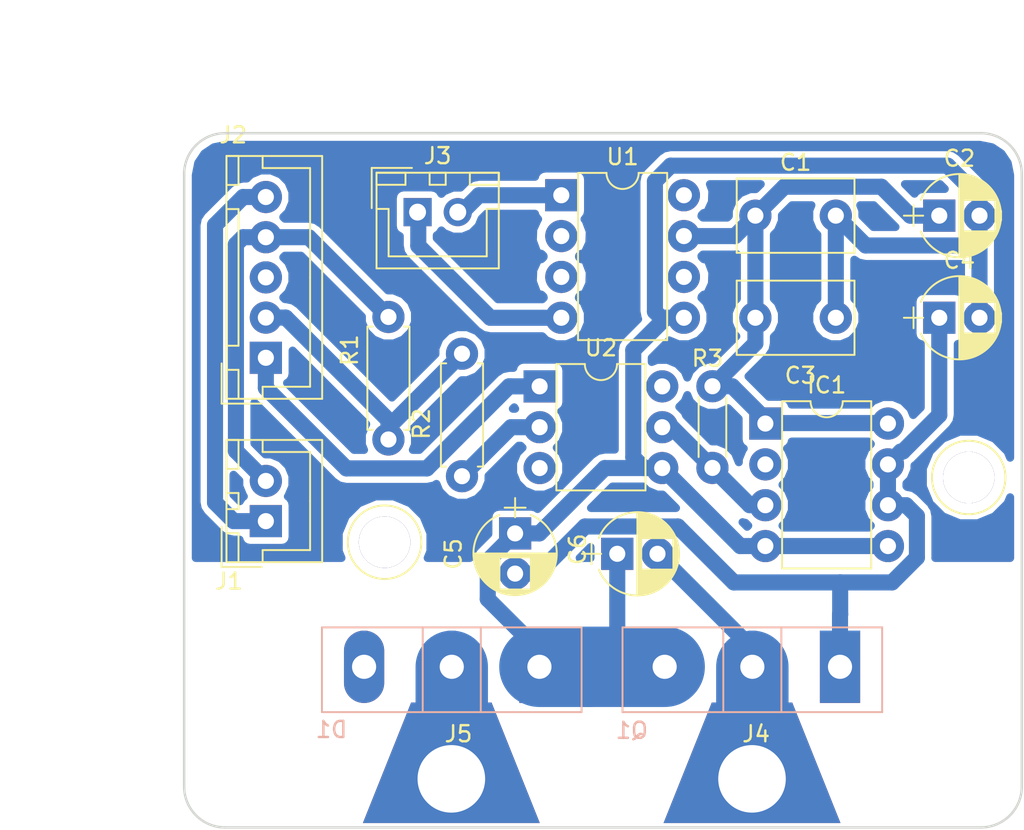
<source format=kicad_pcb>
(kicad_pcb (version 4) (host pcbnew 4.0.6)

  (general
    (links 35)
    (no_connects 0)
    (area 98.830001 77.31 162.635001 130.389)
    (thickness 1.6)
    (drawings 10)
    (tracks 107)
    (zones 0)
    (modules 21)
    (nets 19)
  )

  (page A4)
  (layers
    (0 F.Cu signal)
    (31 B.Cu signal)
    (32 B.Adhes user hide)
    (33 F.Adhes user hide)
    (34 B.Paste user hide)
    (35 F.Paste user hide)
    (36 B.SilkS user hide)
    (37 F.SilkS user hide)
    (38 B.Mask user hide)
    (39 F.Mask user hide)
    (40 Dwgs.User user)
    (41 Cmts.User user hide)
    (42 Eco1.User user hide)
    (43 Eco2.User user hide)
    (44 Edge.Cuts user)
    (45 Margin user hide)
    (46 B.CrtYd user)
    (47 F.CrtYd user)
    (48 B.Fab user hide)
    (49 F.Fab user hide)
  )

  (setup
    (last_trace_width 1)
    (trace_clearance 0.2)
    (zone_clearance 0.4)
    (zone_45_only no)
    (trace_min 0.2)
    (segment_width 0.2)
    (edge_width 0.15)
    (via_size 1.5)
    (via_drill 0.8)
    (via_min_size 0.4)
    (via_min_drill 0.3)
    (uvia_size 0.3)
    (uvia_drill 0.1)
    (uvias_allowed no)
    (uvia_min_size 0.2)
    (uvia_min_drill 0.1)
    (pcb_text_width 0.3)
    (pcb_text_size 1.5 1.5)
    (mod_edge_width 0.15)
    (mod_text_size 1 1)
    (mod_text_width 0.15)
    (pad_size 8 7.5)
    (pad_drill 4.2)
    (pad_to_mask_clearance 0.2)
    (aux_axis_origin 109.22 130.175)
    (visible_elements 7FFEFFFF)
    (pcbplotparams
      (layerselection 0x00000_80000000)
      (usegerberextensions false)
      (excludeedgelayer true)
      (linewidth 0.100000)
      (plotframeref false)
      (viasonmask false)
      (mode 1)
      (useauxorigin true)
      (hpglpennumber 1)
      (hpglpenspeed 20)
      (hpglpendiameter 15)
      (hpglpenoverlay 2)
      (psnegative false)
      (psa4output false)
      (plotreference true)
      (plotvalue true)
      (plotinvisibletext false)
      (padsonsilk false)
      (subtractmaskfromsilk false)
      (outputformat 1)
      (mirror false)
      (drillshape 0)
      (scaleselection 1)
      (outputdirectory ../MosfetSwitch.r4/GRB/))
  )

  (net 0 "")
  (net 1 GND_ISO)
  (net 2 ARD_GND)
  (net 3 DC_IN)
  (net 4 DC_ISO)
  (net 5 "Net-(C4-Pad1)")
  (net 6 "Net-(D1-Pad3)")
  (net 7 "Net-(IC1-Pad2)")
  (net 8 "Net-(IC1-Pad3)")
  (net 9 ARD_5V)
  (net 10 ARD_TEMP)
  (net 11 ARD_PWM)
  (net 12 ARD_SRC_V)
  (net 13 "Net-(R2-Pad2)")
  (net 14 DC_GND)
  (net 15 "Net-(U2-Pad3)")
  (net 16 "Net-(U2-Pad6)")
  (net 17 "Net-(C6-Pad2)")
  (net 18 "Net-(D1-Pad2)")

  (net_class Default "This is the default net class."
    (clearance 0.2)
    (trace_width 1)
    (via_dia 1.5)
    (via_drill 0.8)
    (uvia_dia 0.3)
    (uvia_drill 0.1)
    (add_net ARD_5V)
    (add_net ARD_GND)
    (add_net ARD_PWM)
    (add_net ARD_SRC_V)
    (add_net ARD_TEMP)
    (add_net DC_GND)
    (add_net DC_IN)
    (add_net DC_ISO)
    (add_net GND_ISO)
    (add_net "Net-(C4-Pad1)")
    (add_net "Net-(C6-Pad2)")
    (add_net "Net-(D1-Pad2)")
    (add_net "Net-(D1-Pad3)")
    (add_net "Net-(IC1-Pad2)")
    (add_net "Net-(IC1-Pad3)")
    (add_net "Net-(R2-Pad2)")
    (add_net "Net-(U2-Pad3)")
    (add_net "Net-(U2-Pad6)")
  )

  (module PartsLibraries:PowerConnector (layer F.Cu) (tedit 594A3B56) (tstamp 594A59A6)
    (at 127.29 125.25)
    (path /592CA834)
    (fp_text reference J5 (at 0.254 -2.794) (layer F.SilkS)
      (effects (font (size 1 1) (thickness 0.15)))
    )
    (fp_text value SourceLarge (at 0 4.064) (layer F.Fab)
      (effects (font (size 1 1) (thickness 0.15)))
    )
    (pad 1 thru_hole trapezoid (at -0.19 0) (size 8 7.5) (rect_delta 0 3 ) (drill 4.2 (offset 0 -1)) (layers *.Cu *.Mask)
      (net 18 "Net-(D1-Pad2)"))
  )

  (module Connectors:1pin (layer F.Cu) (tedit 594A34EE) (tstamp 5942BB67)
    (at 159.26 106.505)
    (descr "module 1 pin (ou trou mecanique de percage)")
    (tags DEV)
    (fp_text reference "" (at 0 -3.048) (layer F.SilkS)
      (effects (font (size 1 1) (thickness 0.15)))
    )
    (fp_text value 1pin (at 0 3) (layer F.Fab)
      (effects (font (size 1 1) (thickness 0.15)))
    )
    (fp_circle (center 0 0) (end 2 0.8) (layer F.Fab) (width 0.1))
    (fp_circle (center 0 0) (end 2.6 0) (layer F.CrtYd) (width 0.05))
    (fp_circle (center 0 0) (end 0 -2.286) (layer F.SilkS) (width 0.12))
    (pad 1 thru_hole circle (at 0 0) (size 3.2 3.2) (drill 3.2) (layers *.Cu *.Mask)
      (clearance 1))
  )

  (module Connectors:1pin (layer F.Cu) (tedit 594A34D1) (tstamp 5942B0A6)
    (at 122.95 110.53)
    (descr "module 1 pin (ou trou mecanique de percage)")
    (tags DEV)
    (fp_text reference "" (at 0 -3.048) (layer F.SilkS)
      (effects (font (size 1 1) (thickness 0.15)))
    )
    (fp_text value 1pin (at 0 3) (layer F.Fab)
      (effects (font (size 1 1) (thickness 0.15)))
    )
    (fp_circle (center 0 0) (end 2 0.8) (layer F.Fab) (width 0.1))
    (fp_circle (center 0 0) (end 2.6 0) (layer F.CrtYd) (width 0.05))
    (fp_circle (center 0 0) (end 0 -2.286) (layer F.SilkS) (width 0.12))
    (pad 1 thru_hole circle (at 0 0) (size 3.2 3.2) (drill 3.2) (layers *.Cu)
      (clearance 1))
  )

  (module Capacitors_THT:CP_Radial_D5.0mm_P2.50mm (layer F.Cu) (tedit 5946E255) (tstamp 593FC3BE)
    (at 157.43 90.22)
    (descr "CP, Radial series, Radial, pin pitch=2.50mm, , diameter=5mm, Electrolytic Capacitor")
    (tags "CP Radial series Radial pin pitch 2.50mm  diameter 5mm Electrolytic Capacitor")
    (path /592ACB50)
    (fp_text reference C2 (at 1.25 -3.56) (layer F.SilkS)
      (effects (font (size 1 1) (thickness 0.15)))
    )
    (fp_text value 4.7uF (at 1.25 3.56) (layer F.Fab)
      (effects (font (size 1 1) (thickness 0.15)))
    )
    (fp_text user %R (at 0.775 0) (layer F.Fab)
      (effects (font (size 1 1) (thickness 0.15)))
    )
    (fp_line (start -2.2 0) (end -1 0) (layer F.Fab) (width 0.1))
    (fp_line (start -1.6 -0.65) (end -1.6 0.65) (layer F.Fab) (width 0.1))
    (fp_line (start 1.25 -2.55) (end 1.25 2.55) (layer F.SilkS) (width 0.12))
    (fp_line (start 1.29 -2.55) (end 1.29 2.55) (layer F.SilkS) (width 0.12))
    (fp_line (start 1.33 -2.549) (end 1.33 2.549) (layer F.SilkS) (width 0.12))
    (fp_line (start 1.37 -2.548) (end 1.37 2.548) (layer F.SilkS) (width 0.12))
    (fp_line (start 1.41 -2.546) (end 1.41 2.546) (layer F.SilkS) (width 0.12))
    (fp_line (start 1.45 -2.543) (end 1.45 2.543) (layer F.SilkS) (width 0.12))
    (fp_line (start 1.49 -2.539) (end 1.49 2.539) (layer F.SilkS) (width 0.12))
    (fp_line (start 1.53 -2.535) (end 1.53 -0.98) (layer F.SilkS) (width 0.12))
    (fp_line (start 1.53 0.98) (end 1.53 2.535) (layer F.SilkS) (width 0.12))
    (fp_line (start 1.57 -2.531) (end 1.57 -0.98) (layer F.SilkS) (width 0.12))
    (fp_line (start 1.57 0.98) (end 1.57 2.531) (layer F.SilkS) (width 0.12))
    (fp_line (start 1.61 -2.525) (end 1.61 -0.98) (layer F.SilkS) (width 0.12))
    (fp_line (start 1.61 0.98) (end 1.61 2.525) (layer F.SilkS) (width 0.12))
    (fp_line (start 1.65 -2.519) (end 1.65 -0.98) (layer F.SilkS) (width 0.12))
    (fp_line (start 1.65 0.98) (end 1.65 2.519) (layer F.SilkS) (width 0.12))
    (fp_line (start 1.69 -2.513) (end 1.69 -0.98) (layer F.SilkS) (width 0.12))
    (fp_line (start 1.69 0.98) (end 1.69 2.513) (layer F.SilkS) (width 0.12))
    (fp_line (start 1.73 -2.506) (end 1.73 -0.98) (layer F.SilkS) (width 0.12))
    (fp_line (start 1.73 0.98) (end 1.73 2.506) (layer F.SilkS) (width 0.12))
    (fp_line (start 1.77 -2.498) (end 1.77 -0.98) (layer F.SilkS) (width 0.12))
    (fp_line (start 1.77 0.98) (end 1.77 2.498) (layer F.SilkS) (width 0.12))
    (fp_line (start 1.81 -2.489) (end 1.81 -0.98) (layer F.SilkS) (width 0.12))
    (fp_line (start 1.81 0.98) (end 1.81 2.489) (layer F.SilkS) (width 0.12))
    (fp_line (start 1.85 -2.48) (end 1.85 -0.98) (layer F.SilkS) (width 0.12))
    (fp_line (start 1.85 0.98) (end 1.85 2.48) (layer F.SilkS) (width 0.12))
    (fp_line (start 1.89 -2.47) (end 1.89 -0.98) (layer F.SilkS) (width 0.12))
    (fp_line (start 1.89 0.98) (end 1.89 2.47) (layer F.SilkS) (width 0.12))
    (fp_line (start 1.93 -2.46) (end 1.93 -0.98) (layer F.SilkS) (width 0.12))
    (fp_line (start 1.93 0.98) (end 1.93 2.46) (layer F.SilkS) (width 0.12))
    (fp_line (start 1.971 -2.448) (end 1.971 -0.98) (layer F.SilkS) (width 0.12))
    (fp_line (start 1.971 0.98) (end 1.971 2.448) (layer F.SilkS) (width 0.12))
    (fp_line (start 2.011 -2.436) (end 2.011 -0.98) (layer F.SilkS) (width 0.12))
    (fp_line (start 2.011 0.98) (end 2.011 2.436) (layer F.SilkS) (width 0.12))
    (fp_line (start 2.051 -2.424) (end 2.051 -0.98) (layer F.SilkS) (width 0.12))
    (fp_line (start 2.051 0.98) (end 2.051 2.424) (layer F.SilkS) (width 0.12))
    (fp_line (start 2.091 -2.41) (end 2.091 -0.98) (layer F.SilkS) (width 0.12))
    (fp_line (start 2.091 0.98) (end 2.091 2.41) (layer F.SilkS) (width 0.12))
    (fp_line (start 2.131 -2.396) (end 2.131 -0.98) (layer F.SilkS) (width 0.12))
    (fp_line (start 2.131 0.98) (end 2.131 2.396) (layer F.SilkS) (width 0.12))
    (fp_line (start 2.171 -2.382) (end 2.171 -0.98) (layer F.SilkS) (width 0.12))
    (fp_line (start 2.171 0.98) (end 2.171 2.382) (layer F.SilkS) (width 0.12))
    (fp_line (start 2.211 -2.366) (end 2.211 -0.98) (layer F.SilkS) (width 0.12))
    (fp_line (start 2.211 0.98) (end 2.211 2.366) (layer F.SilkS) (width 0.12))
    (fp_line (start 2.251 -2.35) (end 2.251 -0.98) (layer F.SilkS) (width 0.12))
    (fp_line (start 2.251 0.98) (end 2.251 2.35) (layer F.SilkS) (width 0.12))
    (fp_line (start 2.291 -2.333) (end 2.291 -0.98) (layer F.SilkS) (width 0.12))
    (fp_line (start 2.291 0.98) (end 2.291 2.333) (layer F.SilkS) (width 0.12))
    (fp_line (start 2.331 -2.315) (end 2.331 -0.98) (layer F.SilkS) (width 0.12))
    (fp_line (start 2.331 0.98) (end 2.331 2.315) (layer F.SilkS) (width 0.12))
    (fp_line (start 2.371 -2.296) (end 2.371 -0.98) (layer F.SilkS) (width 0.12))
    (fp_line (start 2.371 0.98) (end 2.371 2.296) (layer F.SilkS) (width 0.12))
    (fp_line (start 2.411 -2.276) (end 2.411 -0.98) (layer F.SilkS) (width 0.12))
    (fp_line (start 2.411 0.98) (end 2.411 2.276) (layer F.SilkS) (width 0.12))
    (fp_line (start 2.451 -2.256) (end 2.451 -0.98) (layer F.SilkS) (width 0.12))
    (fp_line (start 2.451 0.98) (end 2.451 2.256) (layer F.SilkS) (width 0.12))
    (fp_line (start 2.491 -2.234) (end 2.491 -0.98) (layer F.SilkS) (width 0.12))
    (fp_line (start 2.491 0.98) (end 2.491 2.234) (layer F.SilkS) (width 0.12))
    (fp_line (start 2.531 -2.212) (end 2.531 -0.98) (layer F.SilkS) (width 0.12))
    (fp_line (start 2.531 0.98) (end 2.531 2.212) (layer F.SilkS) (width 0.12))
    (fp_line (start 2.571 -2.189) (end 2.571 -0.98) (layer F.SilkS) (width 0.12))
    (fp_line (start 2.571 0.98) (end 2.571 2.189) (layer F.SilkS) (width 0.12))
    (fp_line (start 2.611 -2.165) (end 2.611 -0.98) (layer F.SilkS) (width 0.12))
    (fp_line (start 2.611 0.98) (end 2.611 2.165) (layer F.SilkS) (width 0.12))
    (fp_line (start 2.651 -2.14) (end 2.651 -0.98) (layer F.SilkS) (width 0.12))
    (fp_line (start 2.651 0.98) (end 2.651 2.14) (layer F.SilkS) (width 0.12))
    (fp_line (start 2.691 -2.113) (end 2.691 -0.98) (layer F.SilkS) (width 0.12))
    (fp_line (start 2.691 0.98) (end 2.691 2.113) (layer F.SilkS) (width 0.12))
    (fp_line (start 2.731 -2.086) (end 2.731 -0.98) (layer F.SilkS) (width 0.12))
    (fp_line (start 2.731 0.98) (end 2.731 2.086) (layer F.SilkS) (width 0.12))
    (fp_line (start 2.771 -2.058) (end 2.771 -0.98) (layer F.SilkS) (width 0.12))
    (fp_line (start 2.771 0.98) (end 2.771 2.058) (layer F.SilkS) (width 0.12))
    (fp_line (start 2.811 -2.028) (end 2.811 -0.98) (layer F.SilkS) (width 0.12))
    (fp_line (start 2.811 0.98) (end 2.811 2.028) (layer F.SilkS) (width 0.12))
    (fp_line (start 2.851 -1.997) (end 2.851 -0.98) (layer F.SilkS) (width 0.12))
    (fp_line (start 2.851 0.98) (end 2.851 1.997) (layer F.SilkS) (width 0.12))
    (fp_line (start 2.891 -1.965) (end 2.891 -0.98) (layer F.SilkS) (width 0.12))
    (fp_line (start 2.891 0.98) (end 2.891 1.965) (layer F.SilkS) (width 0.12))
    (fp_line (start 2.931 -1.932) (end 2.931 -0.98) (layer F.SilkS) (width 0.12))
    (fp_line (start 2.931 0.98) (end 2.931 1.932) (layer F.SilkS) (width 0.12))
    (fp_line (start 2.971 -1.897) (end 2.971 -0.98) (layer F.SilkS) (width 0.12))
    (fp_line (start 2.971 0.98) (end 2.971 1.897) (layer F.SilkS) (width 0.12))
    (fp_line (start 3.011 -1.861) (end 3.011 -0.98) (layer F.SilkS) (width 0.12))
    (fp_line (start 3.011 0.98) (end 3.011 1.861) (layer F.SilkS) (width 0.12))
    (fp_line (start 3.051 -1.823) (end 3.051 -0.98) (layer F.SilkS) (width 0.12))
    (fp_line (start 3.051 0.98) (end 3.051 1.823) (layer F.SilkS) (width 0.12))
    (fp_line (start 3.091 -1.783) (end 3.091 -0.98) (layer F.SilkS) (width 0.12))
    (fp_line (start 3.091 0.98) (end 3.091 1.783) (layer F.SilkS) (width 0.12))
    (fp_line (start 3.131 -1.742) (end 3.131 -0.98) (layer F.SilkS) (width 0.12))
    (fp_line (start 3.131 0.98) (end 3.131 1.742) (layer F.SilkS) (width 0.12))
    (fp_line (start 3.171 -1.699) (end 3.171 -0.98) (layer F.SilkS) (width 0.12))
    (fp_line (start 3.171 0.98) (end 3.171 1.699) (layer F.SilkS) (width 0.12))
    (fp_line (start 3.211 -1.654) (end 3.211 -0.98) (layer F.SilkS) (width 0.12))
    (fp_line (start 3.211 0.98) (end 3.211 1.654) (layer F.SilkS) (width 0.12))
    (fp_line (start 3.251 -1.606) (end 3.251 -0.98) (layer F.SilkS) (width 0.12))
    (fp_line (start 3.251 0.98) (end 3.251 1.606) (layer F.SilkS) (width 0.12))
    (fp_line (start 3.291 -1.556) (end 3.291 -0.98) (layer F.SilkS) (width 0.12))
    (fp_line (start 3.291 0.98) (end 3.291 1.556) (layer F.SilkS) (width 0.12))
    (fp_line (start 3.331 -1.504) (end 3.331 -0.98) (layer F.SilkS) (width 0.12))
    (fp_line (start 3.331 0.98) (end 3.331 1.504) (layer F.SilkS) (width 0.12))
    (fp_line (start 3.371 -1.448) (end 3.371 -0.98) (layer F.SilkS) (width 0.12))
    (fp_line (start 3.371 0.98) (end 3.371 1.448) (layer F.SilkS) (width 0.12))
    (fp_line (start 3.411 -1.39) (end 3.411 -0.98) (layer F.SilkS) (width 0.12))
    (fp_line (start 3.411 0.98) (end 3.411 1.39) (layer F.SilkS) (width 0.12))
    (fp_line (start 3.451 -1.327) (end 3.451 -0.98) (layer F.SilkS) (width 0.12))
    (fp_line (start 3.451 0.98) (end 3.451 1.327) (layer F.SilkS) (width 0.12))
    (fp_line (start 3.491 -1.261) (end 3.491 1.261) (layer F.SilkS) (width 0.12))
    (fp_line (start 3.531 -1.189) (end 3.531 1.189) (layer F.SilkS) (width 0.12))
    (fp_line (start 3.571 -1.112) (end 3.571 1.112) (layer F.SilkS) (width 0.12))
    (fp_line (start 3.611 -1.028) (end 3.611 1.028) (layer F.SilkS) (width 0.12))
    (fp_line (start 3.651 -0.934) (end 3.651 0.934) (layer F.SilkS) (width 0.12))
    (fp_line (start 3.691 -0.829) (end 3.691 0.829) (layer F.SilkS) (width 0.12))
    (fp_line (start 3.731 -0.707) (end 3.731 0.707) (layer F.SilkS) (width 0.12))
    (fp_line (start 3.771 -0.559) (end 3.771 0.559) (layer F.SilkS) (width 0.12))
    (fp_line (start 3.811 -0.354) (end 3.811 0.354) (layer F.SilkS) (width 0.12))
    (fp_line (start -2.2 0) (end -1 0) (layer F.SilkS) (width 0.12))
    (fp_line (start -1.6 -0.65) (end -1.6 0.65) (layer F.SilkS) (width 0.12))
    (fp_line (start -1.6 -2.85) (end -1.6 2.85) (layer F.CrtYd) (width 0.05))
    (fp_line (start -1.6 2.85) (end 4.1 2.85) (layer F.CrtYd) (width 0.05))
    (fp_line (start 4.1 2.85) (end 4.1 -2.85) (layer F.CrtYd) (width 0.05))
    (fp_line (start 4.1 -2.85) (end -1.6 -2.85) (layer F.CrtYd) (width 0.05))
    (fp_circle (center 1.25 0) (end 3.75 0) (layer F.Fab) (width 0.1))
    (fp_arc (start 1.25 0) (end -1.147436 -0.98) (angle 135.5) (layer F.SilkS) (width 0.12))
    (fp_arc (start 1.25 0) (end -1.147436 0.98) (angle -135.5) (layer F.SilkS) (width 0.12))
    (fp_arc (start 1.25 0) (end 3.647436 -0.98) (angle 44.5) (layer F.SilkS) (width 0.12))
    (pad 1 thru_hole rect (at 0 0) (size 2 2) (drill 1) (layers *.Cu *.Mask)
      (net 4 DC_ISO))
    (pad 2 thru_hole circle (at 2.5 0) (size 2 2) (drill 1) (layers *.Cu *.Mask)
      (net 1 GND_ISO))
    (model ${KISYS3DMOD}/Capacitors_THT.3dshapes/CP_Radial_D5.0mm_P2.50mm.wrl
      (at (xyz 0 0 0))
      (scale (xyz 0.393701 0.393701 0.393701))
      (rotate (xyz 0 0 0))
    )
  )

  (module Capacitors_THT:C_Rect_L7.2mm_W4.5mm_P5.00mm_FKS2_FKP2_MKS2_MKP2 (layer F.Cu) (tedit 5946DA2C) (tstamp 593FC3B8)
    (at 146 90.22)
    (descr "C, Rect series, Radial, pin pitch=5.00mm, , length*width=7.2*4.5mm^2, Capacitor, http://www.wima.com/EN/WIMA_FKS_2.pdf")
    (tags "C Rect series Radial pin pitch 5.00mm  length 7.2mm width 4.5mm Capacitor")
    (path /592EA608)
    (fp_text reference C1 (at 2.5 -3.31) (layer F.SilkS)
      (effects (font (size 1 1) (thickness 0.15)))
    )
    (fp_text value 100nF (at 2.5 3.31) (layer F.Fab)
      (effects (font (size 1 1) (thickness 0.15)))
    )
    (fp_text user %R (at 2.5 0) (layer F.Fab)
      (effects (font (size 1 1) (thickness 0.15)))
    )
    (fp_line (start -1.1 -2.25) (end -1.1 2.25) (layer F.Fab) (width 0.1))
    (fp_line (start -1.1 2.25) (end 6.1 2.25) (layer F.Fab) (width 0.1))
    (fp_line (start 6.1 2.25) (end 6.1 -2.25) (layer F.Fab) (width 0.1))
    (fp_line (start 6.1 -2.25) (end -1.1 -2.25) (layer F.Fab) (width 0.1))
    (fp_line (start -1.16 -2.31) (end 6.16 -2.31) (layer F.SilkS) (width 0.12))
    (fp_line (start -1.16 2.31) (end 6.16 2.31) (layer F.SilkS) (width 0.12))
    (fp_line (start -1.16 -2.31) (end -1.16 2.31) (layer F.SilkS) (width 0.12))
    (fp_line (start 6.16 -2.31) (end 6.16 2.31) (layer F.SilkS) (width 0.12))
    (fp_line (start -1.45 -2.6) (end -1.45 2.6) (layer F.CrtYd) (width 0.05))
    (fp_line (start -1.45 2.6) (end 6.45 2.6) (layer F.CrtYd) (width 0.05))
    (fp_line (start 6.45 2.6) (end 6.45 -2.6) (layer F.CrtYd) (width 0.05))
    (fp_line (start 6.45 -2.6) (end -1.45 -2.6) (layer F.CrtYd) (width 0.05))
    (pad 1 thru_hole circle (at 0 0) (size 2 2) (drill 1) (layers *.Cu *.Mask)
      (net 4 DC_ISO))
    (pad 2 thru_hole circle (at 5 0) (size 2 2) (drill 1) (layers *.Cu *.Mask)
      (net 1 GND_ISO))
    (model ${KISYS3DMOD}/Capacitors_THT.3dshapes/C_Rect_L7.2mm_W4.5mm_P5.00mm_FKS2_FKP2_MKS2_MKP2.wrl
      (at (xyz 0 0 0))
      (scale (xyz 0.3937007874015748 0.3937007874015748 0.3937007874015748))
      (rotate (xyz 0 0 0))
    )
  )

  (module Capacitors_THT:C_Rect_L7.2mm_W4.5mm_P5.00mm_FKS2_FKP2_MKS2_MKP2 (layer F.Cu) (tedit 5946DA18) (tstamp 593FC3C4)
    (at 146 96.57)
    (descr "C, Rect series, Radial, pin pitch=5.00mm, , length*width=7.2*4.5mm^2, Capacitor, http://www.wima.com/EN/WIMA_FKS_2.pdf")
    (tags "C Rect series Radial pin pitch 5.00mm  length 7.2mm width 4.5mm Capacitor")
    (path /592ACBF5)
    (fp_text reference C3 (at 2.8 3.59) (layer F.SilkS)
      (effects (font (size 1 1) (thickness 0.15)))
    )
    (fp_text value 100nF (at 2.5 3.31) (layer F.Fab)
      (effects (font (size 1 1) (thickness 0.15)))
    )
    (fp_text user %R (at 2.5 0) (layer F.Fab)
      (effects (font (size 1 1) (thickness 0.15)))
    )
    (fp_line (start -1.1 -2.25) (end -1.1 2.25) (layer F.Fab) (width 0.1))
    (fp_line (start -1.1 2.25) (end 6.1 2.25) (layer F.Fab) (width 0.1))
    (fp_line (start 6.1 2.25) (end 6.1 -2.25) (layer F.Fab) (width 0.1))
    (fp_line (start 6.1 -2.25) (end -1.1 -2.25) (layer F.Fab) (width 0.1))
    (fp_line (start -1.16 -2.31) (end 6.16 -2.31) (layer F.SilkS) (width 0.12))
    (fp_line (start -1.16 2.31) (end 6.16 2.31) (layer F.SilkS) (width 0.12))
    (fp_line (start -1.16 -2.31) (end -1.16 2.31) (layer F.SilkS) (width 0.12))
    (fp_line (start 6.16 -2.31) (end 6.16 2.31) (layer F.SilkS) (width 0.12))
    (fp_line (start -1.45 -2.6) (end -1.45 2.6) (layer F.CrtYd) (width 0.05))
    (fp_line (start -1.45 2.6) (end 6.45 2.6) (layer F.CrtYd) (width 0.05))
    (fp_line (start 6.45 2.6) (end 6.45 -2.6) (layer F.CrtYd) (width 0.05))
    (fp_line (start 6.45 -2.6) (end -1.45 -2.6) (layer F.CrtYd) (width 0.05))
    (pad 1 thru_hole circle (at 0 0) (size 2 2) (drill 1) (layers *.Cu *.Mask)
      (net 4 DC_ISO))
    (pad 2 thru_hole circle (at 5 0) (size 2 2) (drill 1) (layers *.Cu *.Mask)
      (net 1 GND_ISO))
    (model ${KISYS3DMOD}/Capacitors_THT.3dshapes/C_Rect_L7.2mm_W4.5mm_P5.00mm_FKS2_FKP2_MKS2_MKP2.wrl
      (at (xyz 0 0 0))
      (scale (xyz 0.3937007874015748 0.3937007874015748 0.3937007874015748))
      (rotate (xyz 0 0 0))
    )
  )

  (module Capacitors_THT:CP_Radial_D5.0mm_P2.50mm (layer F.Cu) (tedit 5946DA02) (tstamp 593FC3CA)
    (at 157.43 96.57)
    (descr "CP, Radial series, Radial, pin pitch=2.50mm, , diameter=5mm, Electrolytic Capacitor")
    (tags "CP Radial series Radial pin pitch 2.50mm  diameter 5mm Electrolytic Capacitor")
    (path /592ED18A)
    (fp_text reference C4 (at 1.25 -3.56) (layer F.SilkS)
      (effects (font (size 1 1) (thickness 0.15)))
    )
    (fp_text value 4.7uF (at 1.25 3.56) (layer F.Fab)
      (effects (font (size 1 1) (thickness 0.15)))
    )
    (fp_text user %R (at 0.775 0) (layer F.Fab)
      (effects (font (size 1 1) (thickness 0.15)))
    )
    (fp_line (start -2.2 0) (end -1 0) (layer F.Fab) (width 0.1))
    (fp_line (start -1.6 -0.65) (end -1.6 0.65) (layer F.Fab) (width 0.1))
    (fp_line (start 1.25 -2.55) (end 1.25 2.55) (layer F.SilkS) (width 0.12))
    (fp_line (start 1.29 -2.55) (end 1.29 2.55) (layer F.SilkS) (width 0.12))
    (fp_line (start 1.33 -2.549) (end 1.33 2.549) (layer F.SilkS) (width 0.12))
    (fp_line (start 1.37 -2.548) (end 1.37 2.548) (layer F.SilkS) (width 0.12))
    (fp_line (start 1.41 -2.546) (end 1.41 2.546) (layer F.SilkS) (width 0.12))
    (fp_line (start 1.45 -2.543) (end 1.45 2.543) (layer F.SilkS) (width 0.12))
    (fp_line (start 1.49 -2.539) (end 1.49 2.539) (layer F.SilkS) (width 0.12))
    (fp_line (start 1.53 -2.535) (end 1.53 -0.98) (layer F.SilkS) (width 0.12))
    (fp_line (start 1.53 0.98) (end 1.53 2.535) (layer F.SilkS) (width 0.12))
    (fp_line (start 1.57 -2.531) (end 1.57 -0.98) (layer F.SilkS) (width 0.12))
    (fp_line (start 1.57 0.98) (end 1.57 2.531) (layer F.SilkS) (width 0.12))
    (fp_line (start 1.61 -2.525) (end 1.61 -0.98) (layer F.SilkS) (width 0.12))
    (fp_line (start 1.61 0.98) (end 1.61 2.525) (layer F.SilkS) (width 0.12))
    (fp_line (start 1.65 -2.519) (end 1.65 -0.98) (layer F.SilkS) (width 0.12))
    (fp_line (start 1.65 0.98) (end 1.65 2.519) (layer F.SilkS) (width 0.12))
    (fp_line (start 1.69 -2.513) (end 1.69 -0.98) (layer F.SilkS) (width 0.12))
    (fp_line (start 1.69 0.98) (end 1.69 2.513) (layer F.SilkS) (width 0.12))
    (fp_line (start 1.73 -2.506) (end 1.73 -0.98) (layer F.SilkS) (width 0.12))
    (fp_line (start 1.73 0.98) (end 1.73 2.506) (layer F.SilkS) (width 0.12))
    (fp_line (start 1.77 -2.498) (end 1.77 -0.98) (layer F.SilkS) (width 0.12))
    (fp_line (start 1.77 0.98) (end 1.77 2.498) (layer F.SilkS) (width 0.12))
    (fp_line (start 1.81 -2.489) (end 1.81 -0.98) (layer F.SilkS) (width 0.12))
    (fp_line (start 1.81 0.98) (end 1.81 2.489) (layer F.SilkS) (width 0.12))
    (fp_line (start 1.85 -2.48) (end 1.85 -0.98) (layer F.SilkS) (width 0.12))
    (fp_line (start 1.85 0.98) (end 1.85 2.48) (layer F.SilkS) (width 0.12))
    (fp_line (start 1.89 -2.47) (end 1.89 -0.98) (layer F.SilkS) (width 0.12))
    (fp_line (start 1.89 0.98) (end 1.89 2.47) (layer F.SilkS) (width 0.12))
    (fp_line (start 1.93 -2.46) (end 1.93 -0.98) (layer F.SilkS) (width 0.12))
    (fp_line (start 1.93 0.98) (end 1.93 2.46) (layer F.SilkS) (width 0.12))
    (fp_line (start 1.971 -2.448) (end 1.971 -0.98) (layer F.SilkS) (width 0.12))
    (fp_line (start 1.971 0.98) (end 1.971 2.448) (layer F.SilkS) (width 0.12))
    (fp_line (start 2.011 -2.436) (end 2.011 -0.98) (layer F.SilkS) (width 0.12))
    (fp_line (start 2.011 0.98) (end 2.011 2.436) (layer F.SilkS) (width 0.12))
    (fp_line (start 2.051 -2.424) (end 2.051 -0.98) (layer F.SilkS) (width 0.12))
    (fp_line (start 2.051 0.98) (end 2.051 2.424) (layer F.SilkS) (width 0.12))
    (fp_line (start 2.091 -2.41) (end 2.091 -0.98) (layer F.SilkS) (width 0.12))
    (fp_line (start 2.091 0.98) (end 2.091 2.41) (layer F.SilkS) (width 0.12))
    (fp_line (start 2.131 -2.396) (end 2.131 -0.98) (layer F.SilkS) (width 0.12))
    (fp_line (start 2.131 0.98) (end 2.131 2.396) (layer F.SilkS) (width 0.12))
    (fp_line (start 2.171 -2.382) (end 2.171 -0.98) (layer F.SilkS) (width 0.12))
    (fp_line (start 2.171 0.98) (end 2.171 2.382) (layer F.SilkS) (width 0.12))
    (fp_line (start 2.211 -2.366) (end 2.211 -0.98) (layer F.SilkS) (width 0.12))
    (fp_line (start 2.211 0.98) (end 2.211 2.366) (layer F.SilkS) (width 0.12))
    (fp_line (start 2.251 -2.35) (end 2.251 -0.98) (layer F.SilkS) (width 0.12))
    (fp_line (start 2.251 0.98) (end 2.251 2.35) (layer F.SilkS) (width 0.12))
    (fp_line (start 2.291 -2.333) (end 2.291 -0.98) (layer F.SilkS) (width 0.12))
    (fp_line (start 2.291 0.98) (end 2.291 2.333) (layer F.SilkS) (width 0.12))
    (fp_line (start 2.331 -2.315) (end 2.331 -0.98) (layer F.SilkS) (width 0.12))
    (fp_line (start 2.331 0.98) (end 2.331 2.315) (layer F.SilkS) (width 0.12))
    (fp_line (start 2.371 -2.296) (end 2.371 -0.98) (layer F.SilkS) (width 0.12))
    (fp_line (start 2.371 0.98) (end 2.371 2.296) (layer F.SilkS) (width 0.12))
    (fp_line (start 2.411 -2.276) (end 2.411 -0.98) (layer F.SilkS) (width 0.12))
    (fp_line (start 2.411 0.98) (end 2.411 2.276) (layer F.SilkS) (width 0.12))
    (fp_line (start 2.451 -2.256) (end 2.451 -0.98) (layer F.SilkS) (width 0.12))
    (fp_line (start 2.451 0.98) (end 2.451 2.256) (layer F.SilkS) (width 0.12))
    (fp_line (start 2.491 -2.234) (end 2.491 -0.98) (layer F.SilkS) (width 0.12))
    (fp_line (start 2.491 0.98) (end 2.491 2.234) (layer F.SilkS) (width 0.12))
    (fp_line (start 2.531 -2.212) (end 2.531 -0.98) (layer F.SilkS) (width 0.12))
    (fp_line (start 2.531 0.98) (end 2.531 2.212) (layer F.SilkS) (width 0.12))
    (fp_line (start 2.571 -2.189) (end 2.571 -0.98) (layer F.SilkS) (width 0.12))
    (fp_line (start 2.571 0.98) (end 2.571 2.189) (layer F.SilkS) (width 0.12))
    (fp_line (start 2.611 -2.165) (end 2.611 -0.98) (layer F.SilkS) (width 0.12))
    (fp_line (start 2.611 0.98) (end 2.611 2.165) (layer F.SilkS) (width 0.12))
    (fp_line (start 2.651 -2.14) (end 2.651 -0.98) (layer F.SilkS) (width 0.12))
    (fp_line (start 2.651 0.98) (end 2.651 2.14) (layer F.SilkS) (width 0.12))
    (fp_line (start 2.691 -2.113) (end 2.691 -0.98) (layer F.SilkS) (width 0.12))
    (fp_line (start 2.691 0.98) (end 2.691 2.113) (layer F.SilkS) (width 0.12))
    (fp_line (start 2.731 -2.086) (end 2.731 -0.98) (layer F.SilkS) (width 0.12))
    (fp_line (start 2.731 0.98) (end 2.731 2.086) (layer F.SilkS) (width 0.12))
    (fp_line (start 2.771 -2.058) (end 2.771 -0.98) (layer F.SilkS) (width 0.12))
    (fp_line (start 2.771 0.98) (end 2.771 2.058) (layer F.SilkS) (width 0.12))
    (fp_line (start 2.811 -2.028) (end 2.811 -0.98) (layer F.SilkS) (width 0.12))
    (fp_line (start 2.811 0.98) (end 2.811 2.028) (layer F.SilkS) (width 0.12))
    (fp_line (start 2.851 -1.997) (end 2.851 -0.98) (layer F.SilkS) (width 0.12))
    (fp_line (start 2.851 0.98) (end 2.851 1.997) (layer F.SilkS) (width 0.12))
    (fp_line (start 2.891 -1.965) (end 2.891 -0.98) (layer F.SilkS) (width 0.12))
    (fp_line (start 2.891 0.98) (end 2.891 1.965) (layer F.SilkS) (width 0.12))
    (fp_line (start 2.931 -1.932) (end 2.931 -0.98) (layer F.SilkS) (width 0.12))
    (fp_line (start 2.931 0.98) (end 2.931 1.932) (layer F.SilkS) (width 0.12))
    (fp_line (start 2.971 -1.897) (end 2.971 -0.98) (layer F.SilkS) (width 0.12))
    (fp_line (start 2.971 0.98) (end 2.971 1.897) (layer F.SilkS) (width 0.12))
    (fp_line (start 3.011 -1.861) (end 3.011 -0.98) (layer F.SilkS) (width 0.12))
    (fp_line (start 3.011 0.98) (end 3.011 1.861) (layer F.SilkS) (width 0.12))
    (fp_line (start 3.051 -1.823) (end 3.051 -0.98) (layer F.SilkS) (width 0.12))
    (fp_line (start 3.051 0.98) (end 3.051 1.823) (layer F.SilkS) (width 0.12))
    (fp_line (start 3.091 -1.783) (end 3.091 -0.98) (layer F.SilkS) (width 0.12))
    (fp_line (start 3.091 0.98) (end 3.091 1.783) (layer F.SilkS) (width 0.12))
    (fp_line (start 3.131 -1.742) (end 3.131 -0.98) (layer F.SilkS) (width 0.12))
    (fp_line (start 3.131 0.98) (end 3.131 1.742) (layer F.SilkS) (width 0.12))
    (fp_line (start 3.171 -1.699) (end 3.171 -0.98) (layer F.SilkS) (width 0.12))
    (fp_line (start 3.171 0.98) (end 3.171 1.699) (layer F.SilkS) (width 0.12))
    (fp_line (start 3.211 -1.654) (end 3.211 -0.98) (layer F.SilkS) (width 0.12))
    (fp_line (start 3.211 0.98) (end 3.211 1.654) (layer F.SilkS) (width 0.12))
    (fp_line (start 3.251 -1.606) (end 3.251 -0.98) (layer F.SilkS) (width 0.12))
    (fp_line (start 3.251 0.98) (end 3.251 1.606) (layer F.SilkS) (width 0.12))
    (fp_line (start 3.291 -1.556) (end 3.291 -0.98) (layer F.SilkS) (width 0.12))
    (fp_line (start 3.291 0.98) (end 3.291 1.556) (layer F.SilkS) (width 0.12))
    (fp_line (start 3.331 -1.504) (end 3.331 -0.98) (layer F.SilkS) (width 0.12))
    (fp_line (start 3.331 0.98) (end 3.331 1.504) (layer F.SilkS) (width 0.12))
    (fp_line (start 3.371 -1.448) (end 3.371 -0.98) (layer F.SilkS) (width 0.12))
    (fp_line (start 3.371 0.98) (end 3.371 1.448) (layer F.SilkS) (width 0.12))
    (fp_line (start 3.411 -1.39) (end 3.411 -0.98) (layer F.SilkS) (width 0.12))
    (fp_line (start 3.411 0.98) (end 3.411 1.39) (layer F.SilkS) (width 0.12))
    (fp_line (start 3.451 -1.327) (end 3.451 -0.98) (layer F.SilkS) (width 0.12))
    (fp_line (start 3.451 0.98) (end 3.451 1.327) (layer F.SilkS) (width 0.12))
    (fp_line (start 3.491 -1.261) (end 3.491 1.261) (layer F.SilkS) (width 0.12))
    (fp_line (start 3.531 -1.189) (end 3.531 1.189) (layer F.SilkS) (width 0.12))
    (fp_line (start 3.571 -1.112) (end 3.571 1.112) (layer F.SilkS) (width 0.12))
    (fp_line (start 3.611 -1.028) (end 3.611 1.028) (layer F.SilkS) (width 0.12))
    (fp_line (start 3.651 -0.934) (end 3.651 0.934) (layer F.SilkS) (width 0.12))
    (fp_line (start 3.691 -0.829) (end 3.691 0.829) (layer F.SilkS) (width 0.12))
    (fp_line (start 3.731 -0.707) (end 3.731 0.707) (layer F.SilkS) (width 0.12))
    (fp_line (start 3.771 -0.559) (end 3.771 0.559) (layer F.SilkS) (width 0.12))
    (fp_line (start 3.811 -0.354) (end 3.811 0.354) (layer F.SilkS) (width 0.12))
    (fp_line (start -2.2 0) (end -1 0) (layer F.SilkS) (width 0.12))
    (fp_line (start -1.6 -0.65) (end -1.6 0.65) (layer F.SilkS) (width 0.12))
    (fp_line (start -1.6 -2.85) (end -1.6 2.85) (layer F.CrtYd) (width 0.05))
    (fp_line (start -1.6 2.85) (end 4.1 2.85) (layer F.CrtYd) (width 0.05))
    (fp_line (start 4.1 2.85) (end 4.1 -2.85) (layer F.CrtYd) (width 0.05))
    (fp_line (start 4.1 -2.85) (end -1.6 -2.85) (layer F.CrtYd) (width 0.05))
    (fp_circle (center 1.25 0) (end 3.75 0) (layer F.Fab) (width 0.1))
    (fp_arc (start 1.25 0) (end -1.147436 -0.98) (angle 135.5) (layer F.SilkS) (width 0.12))
    (fp_arc (start 1.25 0) (end -1.147436 0.98) (angle -135.5) (layer F.SilkS) (width 0.12))
    (fp_arc (start 1.25 0) (end 3.647436 -0.98) (angle 44.5) (layer F.SilkS) (width 0.12))
    (pad 1 thru_hole rect (at 0 0) (size 2 2) (drill 1) (layers *.Cu *.Mask)
      (net 5 "Net-(C4-Pad1)"))
    (pad 2 thru_hole circle (at 2.5 0) (size 2 2) (drill 1) (layers *.Cu *.Mask)
      (net 1 GND_ISO))
    (model ${KISYS3DMOD}/Capacitors_THT.3dshapes/CP_Radial_D5.0mm_P2.50mm.wrl
      (at (xyz 0 0 0))
      (scale (xyz 0.393701 0.393701 0.393701))
      (rotate (xyz 0 0 0))
    )
  )

  (module Capacitors_THT:CP_Radial_D5.0mm_P2.50mm (layer F.Cu) (tedit 5946D9EA) (tstamp 59400358)
    (at 137.414 111.252)
    (descr "CP, Radial series, Radial, pin pitch=2.50mm, , diameter=5mm, Electrolytic Capacitor")
    (tags "CP Radial series Radial pin pitch 2.50mm  diameter 5mm Electrolytic Capacitor")
    (path /59400AF8)
    (fp_text reference C6 (at -2.47 -0.28 90) (layer F.SilkS)
      (effects (font (size 1 1) (thickness 0.15)))
    )
    (fp_text value C (at 1.25 3.56) (layer F.Fab)
      (effects (font (size 1 1) (thickness 0.15)))
    )
    (fp_text user %R (at 0.775 0) (layer F.Fab)
      (effects (font (size 1 1) (thickness 0.15)))
    )
    (fp_line (start -2.2 0) (end -1 0) (layer F.Fab) (width 0.1))
    (fp_line (start -1.6 -0.65) (end -1.6 0.65) (layer F.Fab) (width 0.1))
    (fp_line (start 1.25 -2.55) (end 1.25 2.55) (layer F.SilkS) (width 0.12))
    (fp_line (start 1.29 -2.55) (end 1.29 2.55) (layer F.SilkS) (width 0.12))
    (fp_line (start 1.33 -2.549) (end 1.33 2.549) (layer F.SilkS) (width 0.12))
    (fp_line (start 1.37 -2.548) (end 1.37 2.548) (layer F.SilkS) (width 0.12))
    (fp_line (start 1.41 -2.546) (end 1.41 2.546) (layer F.SilkS) (width 0.12))
    (fp_line (start 1.45 -2.543) (end 1.45 2.543) (layer F.SilkS) (width 0.12))
    (fp_line (start 1.49 -2.539) (end 1.49 2.539) (layer F.SilkS) (width 0.12))
    (fp_line (start 1.53 -2.535) (end 1.53 -0.98) (layer F.SilkS) (width 0.12))
    (fp_line (start 1.53 0.98) (end 1.53 2.535) (layer F.SilkS) (width 0.12))
    (fp_line (start 1.57 -2.531) (end 1.57 -0.98) (layer F.SilkS) (width 0.12))
    (fp_line (start 1.57 0.98) (end 1.57 2.531) (layer F.SilkS) (width 0.12))
    (fp_line (start 1.61 -2.525) (end 1.61 -0.98) (layer F.SilkS) (width 0.12))
    (fp_line (start 1.61 0.98) (end 1.61 2.525) (layer F.SilkS) (width 0.12))
    (fp_line (start 1.65 -2.519) (end 1.65 -0.98) (layer F.SilkS) (width 0.12))
    (fp_line (start 1.65 0.98) (end 1.65 2.519) (layer F.SilkS) (width 0.12))
    (fp_line (start 1.69 -2.513) (end 1.69 -0.98) (layer F.SilkS) (width 0.12))
    (fp_line (start 1.69 0.98) (end 1.69 2.513) (layer F.SilkS) (width 0.12))
    (fp_line (start 1.73 -2.506) (end 1.73 -0.98) (layer F.SilkS) (width 0.12))
    (fp_line (start 1.73 0.98) (end 1.73 2.506) (layer F.SilkS) (width 0.12))
    (fp_line (start 1.77 -2.498) (end 1.77 -0.98) (layer F.SilkS) (width 0.12))
    (fp_line (start 1.77 0.98) (end 1.77 2.498) (layer F.SilkS) (width 0.12))
    (fp_line (start 1.81 -2.489) (end 1.81 -0.98) (layer F.SilkS) (width 0.12))
    (fp_line (start 1.81 0.98) (end 1.81 2.489) (layer F.SilkS) (width 0.12))
    (fp_line (start 1.85 -2.48) (end 1.85 -0.98) (layer F.SilkS) (width 0.12))
    (fp_line (start 1.85 0.98) (end 1.85 2.48) (layer F.SilkS) (width 0.12))
    (fp_line (start 1.89 -2.47) (end 1.89 -0.98) (layer F.SilkS) (width 0.12))
    (fp_line (start 1.89 0.98) (end 1.89 2.47) (layer F.SilkS) (width 0.12))
    (fp_line (start 1.93 -2.46) (end 1.93 -0.98) (layer F.SilkS) (width 0.12))
    (fp_line (start 1.93 0.98) (end 1.93 2.46) (layer F.SilkS) (width 0.12))
    (fp_line (start 1.971 -2.448) (end 1.971 -0.98) (layer F.SilkS) (width 0.12))
    (fp_line (start 1.971 0.98) (end 1.971 2.448) (layer F.SilkS) (width 0.12))
    (fp_line (start 2.011 -2.436) (end 2.011 -0.98) (layer F.SilkS) (width 0.12))
    (fp_line (start 2.011 0.98) (end 2.011 2.436) (layer F.SilkS) (width 0.12))
    (fp_line (start 2.051 -2.424) (end 2.051 -0.98) (layer F.SilkS) (width 0.12))
    (fp_line (start 2.051 0.98) (end 2.051 2.424) (layer F.SilkS) (width 0.12))
    (fp_line (start 2.091 -2.41) (end 2.091 -0.98) (layer F.SilkS) (width 0.12))
    (fp_line (start 2.091 0.98) (end 2.091 2.41) (layer F.SilkS) (width 0.12))
    (fp_line (start 2.131 -2.396) (end 2.131 -0.98) (layer F.SilkS) (width 0.12))
    (fp_line (start 2.131 0.98) (end 2.131 2.396) (layer F.SilkS) (width 0.12))
    (fp_line (start 2.171 -2.382) (end 2.171 -0.98) (layer F.SilkS) (width 0.12))
    (fp_line (start 2.171 0.98) (end 2.171 2.382) (layer F.SilkS) (width 0.12))
    (fp_line (start 2.211 -2.366) (end 2.211 -0.98) (layer F.SilkS) (width 0.12))
    (fp_line (start 2.211 0.98) (end 2.211 2.366) (layer F.SilkS) (width 0.12))
    (fp_line (start 2.251 -2.35) (end 2.251 -0.98) (layer F.SilkS) (width 0.12))
    (fp_line (start 2.251 0.98) (end 2.251 2.35) (layer F.SilkS) (width 0.12))
    (fp_line (start 2.291 -2.333) (end 2.291 -0.98) (layer F.SilkS) (width 0.12))
    (fp_line (start 2.291 0.98) (end 2.291 2.333) (layer F.SilkS) (width 0.12))
    (fp_line (start 2.331 -2.315) (end 2.331 -0.98) (layer F.SilkS) (width 0.12))
    (fp_line (start 2.331 0.98) (end 2.331 2.315) (layer F.SilkS) (width 0.12))
    (fp_line (start 2.371 -2.296) (end 2.371 -0.98) (layer F.SilkS) (width 0.12))
    (fp_line (start 2.371 0.98) (end 2.371 2.296) (layer F.SilkS) (width 0.12))
    (fp_line (start 2.411 -2.276) (end 2.411 -0.98) (layer F.SilkS) (width 0.12))
    (fp_line (start 2.411 0.98) (end 2.411 2.276) (layer F.SilkS) (width 0.12))
    (fp_line (start 2.451 -2.256) (end 2.451 -0.98) (layer F.SilkS) (width 0.12))
    (fp_line (start 2.451 0.98) (end 2.451 2.256) (layer F.SilkS) (width 0.12))
    (fp_line (start 2.491 -2.234) (end 2.491 -0.98) (layer F.SilkS) (width 0.12))
    (fp_line (start 2.491 0.98) (end 2.491 2.234) (layer F.SilkS) (width 0.12))
    (fp_line (start 2.531 -2.212) (end 2.531 -0.98) (layer F.SilkS) (width 0.12))
    (fp_line (start 2.531 0.98) (end 2.531 2.212) (layer F.SilkS) (width 0.12))
    (fp_line (start 2.571 -2.189) (end 2.571 -0.98) (layer F.SilkS) (width 0.12))
    (fp_line (start 2.571 0.98) (end 2.571 2.189) (layer F.SilkS) (width 0.12))
    (fp_line (start 2.611 -2.165) (end 2.611 -0.98) (layer F.SilkS) (width 0.12))
    (fp_line (start 2.611 0.98) (end 2.611 2.165) (layer F.SilkS) (width 0.12))
    (fp_line (start 2.651 -2.14) (end 2.651 -0.98) (layer F.SilkS) (width 0.12))
    (fp_line (start 2.651 0.98) (end 2.651 2.14) (layer F.SilkS) (width 0.12))
    (fp_line (start 2.691 -2.113) (end 2.691 -0.98) (layer F.SilkS) (width 0.12))
    (fp_line (start 2.691 0.98) (end 2.691 2.113) (layer F.SilkS) (width 0.12))
    (fp_line (start 2.731 -2.086) (end 2.731 -0.98) (layer F.SilkS) (width 0.12))
    (fp_line (start 2.731 0.98) (end 2.731 2.086) (layer F.SilkS) (width 0.12))
    (fp_line (start 2.771 -2.058) (end 2.771 -0.98) (layer F.SilkS) (width 0.12))
    (fp_line (start 2.771 0.98) (end 2.771 2.058) (layer F.SilkS) (width 0.12))
    (fp_line (start 2.811 -2.028) (end 2.811 -0.98) (layer F.SilkS) (width 0.12))
    (fp_line (start 2.811 0.98) (end 2.811 2.028) (layer F.SilkS) (width 0.12))
    (fp_line (start 2.851 -1.997) (end 2.851 -0.98) (layer F.SilkS) (width 0.12))
    (fp_line (start 2.851 0.98) (end 2.851 1.997) (layer F.SilkS) (width 0.12))
    (fp_line (start 2.891 -1.965) (end 2.891 -0.98) (layer F.SilkS) (width 0.12))
    (fp_line (start 2.891 0.98) (end 2.891 1.965) (layer F.SilkS) (width 0.12))
    (fp_line (start 2.931 -1.932) (end 2.931 -0.98) (layer F.SilkS) (width 0.12))
    (fp_line (start 2.931 0.98) (end 2.931 1.932) (layer F.SilkS) (width 0.12))
    (fp_line (start 2.971 -1.897) (end 2.971 -0.98) (layer F.SilkS) (width 0.12))
    (fp_line (start 2.971 0.98) (end 2.971 1.897) (layer F.SilkS) (width 0.12))
    (fp_line (start 3.011 -1.861) (end 3.011 -0.98) (layer F.SilkS) (width 0.12))
    (fp_line (start 3.011 0.98) (end 3.011 1.861) (layer F.SilkS) (width 0.12))
    (fp_line (start 3.051 -1.823) (end 3.051 -0.98) (layer F.SilkS) (width 0.12))
    (fp_line (start 3.051 0.98) (end 3.051 1.823) (layer F.SilkS) (width 0.12))
    (fp_line (start 3.091 -1.783) (end 3.091 -0.98) (layer F.SilkS) (width 0.12))
    (fp_line (start 3.091 0.98) (end 3.091 1.783) (layer F.SilkS) (width 0.12))
    (fp_line (start 3.131 -1.742) (end 3.131 -0.98) (layer F.SilkS) (width 0.12))
    (fp_line (start 3.131 0.98) (end 3.131 1.742) (layer F.SilkS) (width 0.12))
    (fp_line (start 3.171 -1.699) (end 3.171 -0.98) (layer F.SilkS) (width 0.12))
    (fp_line (start 3.171 0.98) (end 3.171 1.699) (layer F.SilkS) (width 0.12))
    (fp_line (start 3.211 -1.654) (end 3.211 -0.98) (layer F.SilkS) (width 0.12))
    (fp_line (start 3.211 0.98) (end 3.211 1.654) (layer F.SilkS) (width 0.12))
    (fp_line (start 3.251 -1.606) (end 3.251 -0.98) (layer F.SilkS) (width 0.12))
    (fp_line (start 3.251 0.98) (end 3.251 1.606) (layer F.SilkS) (width 0.12))
    (fp_line (start 3.291 -1.556) (end 3.291 -0.98) (layer F.SilkS) (width 0.12))
    (fp_line (start 3.291 0.98) (end 3.291 1.556) (layer F.SilkS) (width 0.12))
    (fp_line (start 3.331 -1.504) (end 3.331 -0.98) (layer F.SilkS) (width 0.12))
    (fp_line (start 3.331 0.98) (end 3.331 1.504) (layer F.SilkS) (width 0.12))
    (fp_line (start 3.371 -1.448) (end 3.371 -0.98) (layer F.SilkS) (width 0.12))
    (fp_line (start 3.371 0.98) (end 3.371 1.448) (layer F.SilkS) (width 0.12))
    (fp_line (start 3.411 -1.39) (end 3.411 -0.98) (layer F.SilkS) (width 0.12))
    (fp_line (start 3.411 0.98) (end 3.411 1.39) (layer F.SilkS) (width 0.12))
    (fp_line (start 3.451 -1.327) (end 3.451 -0.98) (layer F.SilkS) (width 0.12))
    (fp_line (start 3.451 0.98) (end 3.451 1.327) (layer F.SilkS) (width 0.12))
    (fp_line (start 3.491 -1.261) (end 3.491 1.261) (layer F.SilkS) (width 0.12))
    (fp_line (start 3.531 -1.189) (end 3.531 1.189) (layer F.SilkS) (width 0.12))
    (fp_line (start 3.571 -1.112) (end 3.571 1.112) (layer F.SilkS) (width 0.12))
    (fp_line (start 3.611 -1.028) (end 3.611 1.028) (layer F.SilkS) (width 0.12))
    (fp_line (start 3.651 -0.934) (end 3.651 0.934) (layer F.SilkS) (width 0.12))
    (fp_line (start 3.691 -0.829) (end 3.691 0.829) (layer F.SilkS) (width 0.12))
    (fp_line (start 3.731 -0.707) (end 3.731 0.707) (layer F.SilkS) (width 0.12))
    (fp_line (start 3.771 -0.559) (end 3.771 0.559) (layer F.SilkS) (width 0.12))
    (fp_line (start 3.811 -0.354) (end 3.811 0.354) (layer F.SilkS) (width 0.12))
    (fp_line (start -2.2 0) (end -1 0) (layer F.SilkS) (width 0.12))
    (fp_line (start -1.6 -0.65) (end -1.6 0.65) (layer F.SilkS) (width 0.12))
    (fp_line (start -1.6 -2.85) (end -1.6 2.85) (layer F.CrtYd) (width 0.05))
    (fp_line (start -1.6 2.85) (end 4.1 2.85) (layer F.CrtYd) (width 0.05))
    (fp_line (start 4.1 2.85) (end 4.1 -2.85) (layer F.CrtYd) (width 0.05))
    (fp_line (start 4.1 -2.85) (end -1.6 -2.85) (layer F.CrtYd) (width 0.05))
    (fp_circle (center 1.25 0) (end 3.75 0) (layer F.Fab) (width 0.1))
    (fp_arc (start 1.25 0) (end -1.147436 -0.98) (angle 135.5) (layer F.SilkS) (width 0.12))
    (fp_arc (start 1.25 0) (end -1.147436 0.98) (angle -135.5) (layer F.SilkS) (width 0.12))
    (fp_arc (start 1.25 0) (end 3.647436 -0.98) (angle 44.5) (layer F.SilkS) (width 0.12))
    (pad 1 thru_hole rect (at 0 0) (size 2 2) (drill 1) (layers *.Cu *.Mask)
      (net 1 GND_ISO))
    (pad 2 thru_hole circle (at 2.5 0) (size 2 2) (drill 1) (layers *.Cu *.Mask)
      (net 17 "Net-(C6-Pad2)"))
    (model ${KISYS3DMOD}/Capacitors_THT.3dshapes/CP_Radial_D5.0mm_P2.50mm.wrl
      (at (xyz 0 0 0))
      (scale (xyz 0.3937007874015748 0.3937007874015748 0.3937007874015748))
      (rotate (xyz 0 0 0))
    )
  )

  (module Capacitors_THT:CP_Radial_D5.0mm_P2.50mm (layer F.Cu) (tedit 5946D9CE) (tstamp 59400418)
    (at 131.064 109.982 270)
    (descr "CP, Radial series, Radial, pin pitch=2.50mm, , diameter=5mm, Electrolytic Capacitor")
    (tags "CP Radial series Radial pin pitch 2.50mm  diameter 5mm Electrolytic Capacitor")
    (path /59400A26)
    (fp_text reference C5 (at 1.28 3.84 270) (layer F.SilkS)
      (effects (font (size 1 1) (thickness 0.15)))
    )
    (fp_text value C (at 1.25 3.56 270) (layer F.Fab)
      (effects (font (size 1 1) (thickness 0.15)))
    )
    (fp_text user %R (at 0.775 0 270) (layer F.Fab)
      (effects (font (size 1 1) (thickness 0.15)))
    )
    (fp_line (start -2.2 0) (end -1 0) (layer F.Fab) (width 0.1))
    (fp_line (start -1.6 -0.65) (end -1.6 0.65) (layer F.Fab) (width 0.1))
    (fp_line (start 1.25 -2.55) (end 1.25 2.55) (layer F.SilkS) (width 0.12))
    (fp_line (start 1.29 -2.55) (end 1.29 2.55) (layer F.SilkS) (width 0.12))
    (fp_line (start 1.33 -2.549) (end 1.33 2.549) (layer F.SilkS) (width 0.12))
    (fp_line (start 1.37 -2.548) (end 1.37 2.548) (layer F.SilkS) (width 0.12))
    (fp_line (start 1.41 -2.546) (end 1.41 2.546) (layer F.SilkS) (width 0.12))
    (fp_line (start 1.45 -2.543) (end 1.45 2.543) (layer F.SilkS) (width 0.12))
    (fp_line (start 1.49 -2.539) (end 1.49 2.539) (layer F.SilkS) (width 0.12))
    (fp_line (start 1.53 -2.535) (end 1.53 -0.98) (layer F.SilkS) (width 0.12))
    (fp_line (start 1.53 0.98) (end 1.53 2.535) (layer F.SilkS) (width 0.12))
    (fp_line (start 1.57 -2.531) (end 1.57 -0.98) (layer F.SilkS) (width 0.12))
    (fp_line (start 1.57 0.98) (end 1.57 2.531) (layer F.SilkS) (width 0.12))
    (fp_line (start 1.61 -2.525) (end 1.61 -0.98) (layer F.SilkS) (width 0.12))
    (fp_line (start 1.61 0.98) (end 1.61 2.525) (layer F.SilkS) (width 0.12))
    (fp_line (start 1.65 -2.519) (end 1.65 -0.98) (layer F.SilkS) (width 0.12))
    (fp_line (start 1.65 0.98) (end 1.65 2.519) (layer F.SilkS) (width 0.12))
    (fp_line (start 1.69 -2.513) (end 1.69 -0.98) (layer F.SilkS) (width 0.12))
    (fp_line (start 1.69 0.98) (end 1.69 2.513) (layer F.SilkS) (width 0.12))
    (fp_line (start 1.73 -2.506) (end 1.73 -0.98) (layer F.SilkS) (width 0.12))
    (fp_line (start 1.73 0.98) (end 1.73 2.506) (layer F.SilkS) (width 0.12))
    (fp_line (start 1.77 -2.498) (end 1.77 -0.98) (layer F.SilkS) (width 0.12))
    (fp_line (start 1.77 0.98) (end 1.77 2.498) (layer F.SilkS) (width 0.12))
    (fp_line (start 1.81 -2.489) (end 1.81 -0.98) (layer F.SilkS) (width 0.12))
    (fp_line (start 1.81 0.98) (end 1.81 2.489) (layer F.SilkS) (width 0.12))
    (fp_line (start 1.85 -2.48) (end 1.85 -0.98) (layer F.SilkS) (width 0.12))
    (fp_line (start 1.85 0.98) (end 1.85 2.48) (layer F.SilkS) (width 0.12))
    (fp_line (start 1.89 -2.47) (end 1.89 -0.98) (layer F.SilkS) (width 0.12))
    (fp_line (start 1.89 0.98) (end 1.89 2.47) (layer F.SilkS) (width 0.12))
    (fp_line (start 1.93 -2.46) (end 1.93 -0.98) (layer F.SilkS) (width 0.12))
    (fp_line (start 1.93 0.98) (end 1.93 2.46) (layer F.SilkS) (width 0.12))
    (fp_line (start 1.971 -2.448) (end 1.971 -0.98) (layer F.SilkS) (width 0.12))
    (fp_line (start 1.971 0.98) (end 1.971 2.448) (layer F.SilkS) (width 0.12))
    (fp_line (start 2.011 -2.436) (end 2.011 -0.98) (layer F.SilkS) (width 0.12))
    (fp_line (start 2.011 0.98) (end 2.011 2.436) (layer F.SilkS) (width 0.12))
    (fp_line (start 2.051 -2.424) (end 2.051 -0.98) (layer F.SilkS) (width 0.12))
    (fp_line (start 2.051 0.98) (end 2.051 2.424) (layer F.SilkS) (width 0.12))
    (fp_line (start 2.091 -2.41) (end 2.091 -0.98) (layer F.SilkS) (width 0.12))
    (fp_line (start 2.091 0.98) (end 2.091 2.41) (layer F.SilkS) (width 0.12))
    (fp_line (start 2.131 -2.396) (end 2.131 -0.98) (layer F.SilkS) (width 0.12))
    (fp_line (start 2.131 0.98) (end 2.131 2.396) (layer F.SilkS) (width 0.12))
    (fp_line (start 2.171 -2.382) (end 2.171 -0.98) (layer F.SilkS) (width 0.12))
    (fp_line (start 2.171 0.98) (end 2.171 2.382) (layer F.SilkS) (width 0.12))
    (fp_line (start 2.211 -2.366) (end 2.211 -0.98) (layer F.SilkS) (width 0.12))
    (fp_line (start 2.211 0.98) (end 2.211 2.366) (layer F.SilkS) (width 0.12))
    (fp_line (start 2.251 -2.35) (end 2.251 -0.98) (layer F.SilkS) (width 0.12))
    (fp_line (start 2.251 0.98) (end 2.251 2.35) (layer F.SilkS) (width 0.12))
    (fp_line (start 2.291 -2.333) (end 2.291 -0.98) (layer F.SilkS) (width 0.12))
    (fp_line (start 2.291 0.98) (end 2.291 2.333) (layer F.SilkS) (width 0.12))
    (fp_line (start 2.331 -2.315) (end 2.331 -0.98) (layer F.SilkS) (width 0.12))
    (fp_line (start 2.331 0.98) (end 2.331 2.315) (layer F.SilkS) (width 0.12))
    (fp_line (start 2.371 -2.296) (end 2.371 -0.98) (layer F.SilkS) (width 0.12))
    (fp_line (start 2.371 0.98) (end 2.371 2.296) (layer F.SilkS) (width 0.12))
    (fp_line (start 2.411 -2.276) (end 2.411 -0.98) (layer F.SilkS) (width 0.12))
    (fp_line (start 2.411 0.98) (end 2.411 2.276) (layer F.SilkS) (width 0.12))
    (fp_line (start 2.451 -2.256) (end 2.451 -0.98) (layer F.SilkS) (width 0.12))
    (fp_line (start 2.451 0.98) (end 2.451 2.256) (layer F.SilkS) (width 0.12))
    (fp_line (start 2.491 -2.234) (end 2.491 -0.98) (layer F.SilkS) (width 0.12))
    (fp_line (start 2.491 0.98) (end 2.491 2.234) (layer F.SilkS) (width 0.12))
    (fp_line (start 2.531 -2.212) (end 2.531 -0.98) (layer F.SilkS) (width 0.12))
    (fp_line (start 2.531 0.98) (end 2.531 2.212) (layer F.SilkS) (width 0.12))
    (fp_line (start 2.571 -2.189) (end 2.571 -0.98) (layer F.SilkS) (width 0.12))
    (fp_line (start 2.571 0.98) (end 2.571 2.189) (layer F.SilkS) (width 0.12))
    (fp_line (start 2.611 -2.165) (end 2.611 -0.98) (layer F.SilkS) (width 0.12))
    (fp_line (start 2.611 0.98) (end 2.611 2.165) (layer F.SilkS) (width 0.12))
    (fp_line (start 2.651 -2.14) (end 2.651 -0.98) (layer F.SilkS) (width 0.12))
    (fp_line (start 2.651 0.98) (end 2.651 2.14) (layer F.SilkS) (width 0.12))
    (fp_line (start 2.691 -2.113) (end 2.691 -0.98) (layer F.SilkS) (width 0.12))
    (fp_line (start 2.691 0.98) (end 2.691 2.113) (layer F.SilkS) (width 0.12))
    (fp_line (start 2.731 -2.086) (end 2.731 -0.98) (layer F.SilkS) (width 0.12))
    (fp_line (start 2.731 0.98) (end 2.731 2.086) (layer F.SilkS) (width 0.12))
    (fp_line (start 2.771 -2.058) (end 2.771 -0.98) (layer F.SilkS) (width 0.12))
    (fp_line (start 2.771 0.98) (end 2.771 2.058) (layer F.SilkS) (width 0.12))
    (fp_line (start 2.811 -2.028) (end 2.811 -0.98) (layer F.SilkS) (width 0.12))
    (fp_line (start 2.811 0.98) (end 2.811 2.028) (layer F.SilkS) (width 0.12))
    (fp_line (start 2.851 -1.997) (end 2.851 -0.98) (layer F.SilkS) (width 0.12))
    (fp_line (start 2.851 0.98) (end 2.851 1.997) (layer F.SilkS) (width 0.12))
    (fp_line (start 2.891 -1.965) (end 2.891 -0.98) (layer F.SilkS) (width 0.12))
    (fp_line (start 2.891 0.98) (end 2.891 1.965) (layer F.SilkS) (width 0.12))
    (fp_line (start 2.931 -1.932) (end 2.931 -0.98) (layer F.SilkS) (width 0.12))
    (fp_line (start 2.931 0.98) (end 2.931 1.932) (layer F.SilkS) (width 0.12))
    (fp_line (start 2.971 -1.897) (end 2.971 -0.98) (layer F.SilkS) (width 0.12))
    (fp_line (start 2.971 0.98) (end 2.971 1.897) (layer F.SilkS) (width 0.12))
    (fp_line (start 3.011 -1.861) (end 3.011 -0.98) (layer F.SilkS) (width 0.12))
    (fp_line (start 3.011 0.98) (end 3.011 1.861) (layer F.SilkS) (width 0.12))
    (fp_line (start 3.051 -1.823) (end 3.051 -0.98) (layer F.SilkS) (width 0.12))
    (fp_line (start 3.051 0.98) (end 3.051 1.823) (layer F.SilkS) (width 0.12))
    (fp_line (start 3.091 -1.783) (end 3.091 -0.98) (layer F.SilkS) (width 0.12))
    (fp_line (start 3.091 0.98) (end 3.091 1.783) (layer F.SilkS) (width 0.12))
    (fp_line (start 3.131 -1.742) (end 3.131 -0.98) (layer F.SilkS) (width 0.12))
    (fp_line (start 3.131 0.98) (end 3.131 1.742) (layer F.SilkS) (width 0.12))
    (fp_line (start 3.171 -1.699) (end 3.171 -0.98) (layer F.SilkS) (width 0.12))
    (fp_line (start 3.171 0.98) (end 3.171 1.699) (layer F.SilkS) (width 0.12))
    (fp_line (start 3.211 -1.654) (end 3.211 -0.98) (layer F.SilkS) (width 0.12))
    (fp_line (start 3.211 0.98) (end 3.211 1.654) (layer F.SilkS) (width 0.12))
    (fp_line (start 3.251 -1.606) (end 3.251 -0.98) (layer F.SilkS) (width 0.12))
    (fp_line (start 3.251 0.98) (end 3.251 1.606) (layer F.SilkS) (width 0.12))
    (fp_line (start 3.291 -1.556) (end 3.291 -0.98) (layer F.SilkS) (width 0.12))
    (fp_line (start 3.291 0.98) (end 3.291 1.556) (layer F.SilkS) (width 0.12))
    (fp_line (start 3.331 -1.504) (end 3.331 -0.98) (layer F.SilkS) (width 0.12))
    (fp_line (start 3.331 0.98) (end 3.331 1.504) (layer F.SilkS) (width 0.12))
    (fp_line (start 3.371 -1.448) (end 3.371 -0.98) (layer F.SilkS) (width 0.12))
    (fp_line (start 3.371 0.98) (end 3.371 1.448) (layer F.SilkS) (width 0.12))
    (fp_line (start 3.411 -1.39) (end 3.411 -0.98) (layer F.SilkS) (width 0.12))
    (fp_line (start 3.411 0.98) (end 3.411 1.39) (layer F.SilkS) (width 0.12))
    (fp_line (start 3.451 -1.327) (end 3.451 -0.98) (layer F.SilkS) (width 0.12))
    (fp_line (start 3.451 0.98) (end 3.451 1.327) (layer F.SilkS) (width 0.12))
    (fp_line (start 3.491 -1.261) (end 3.491 1.261) (layer F.SilkS) (width 0.12))
    (fp_line (start 3.531 -1.189) (end 3.531 1.189) (layer F.SilkS) (width 0.12))
    (fp_line (start 3.571 -1.112) (end 3.571 1.112) (layer F.SilkS) (width 0.12))
    (fp_line (start 3.611 -1.028) (end 3.611 1.028) (layer F.SilkS) (width 0.12))
    (fp_line (start 3.651 -0.934) (end 3.651 0.934) (layer F.SilkS) (width 0.12))
    (fp_line (start 3.691 -0.829) (end 3.691 0.829) (layer F.SilkS) (width 0.12))
    (fp_line (start 3.731 -0.707) (end 3.731 0.707) (layer F.SilkS) (width 0.12))
    (fp_line (start 3.771 -0.559) (end 3.771 0.559) (layer F.SilkS) (width 0.12))
    (fp_line (start 3.811 -0.354) (end 3.811 0.354) (layer F.SilkS) (width 0.12))
    (fp_line (start -2.2 0) (end -1 0) (layer F.SilkS) (width 0.12))
    (fp_line (start -1.6 -0.65) (end -1.6 0.65) (layer F.SilkS) (width 0.12))
    (fp_line (start -1.6 -2.85) (end -1.6 2.85) (layer F.CrtYd) (width 0.05))
    (fp_line (start -1.6 2.85) (end 4.1 2.85) (layer F.CrtYd) (width 0.05))
    (fp_line (start 4.1 2.85) (end 4.1 -2.85) (layer F.CrtYd) (width 0.05))
    (fp_line (start 4.1 -2.85) (end -1.6 -2.85) (layer F.CrtYd) (width 0.05))
    (fp_circle (center 1.25 0) (end 3.75 0) (layer F.Fab) (width 0.1))
    (fp_arc (start 1.25 0) (end -1.147436 -0.98) (angle 135.5) (layer F.SilkS) (width 0.12))
    (fp_arc (start 1.25 0) (end -1.147436 0.98) (angle -135.5) (layer F.SilkS) (width 0.12))
    (fp_arc (start 1.25 0) (end 3.647436 -0.98) (angle 44.5) (layer F.SilkS) (width 0.12))
    (pad 1 thru_hole rect (at 0 0 270) (size 2 2) (drill 1) (layers *.Cu *.Mask)
      (net 1 GND_ISO))
    (pad 2 thru_hole circle (at 2.5 0 270) (size 2 2) (drill 1) (layers *.Cu *.Mask)
      (net 5 "Net-(C4-Pad1)"))
    (model ${KISYS3DMOD}/Capacitors_THT.3dshapes/CP_Radial_D5.0mm_P2.50mm.wrl
      (at (xyz 0 0 0))
      (scale (xyz 0.3937007874015748 0.3937007874015748 0.3937007874015748))
      (rotate (xyz 0 0 0))
    )
  )

  (module Resistors_THT:R_Axial_DIN0204_L3.6mm_D1.6mm_P5.08mm_Horizontal (layer F.Cu) (tedit 5946D707) (tstamp 593FC415)
    (at 143.33 100.83 270)
    (descr "Resistor, Axial_DIN0204 series, Axial, Horizontal, pin pitch=5.08mm, 0.16666666666666666W = 1/6W, length*diameter=3.6*1.6mm^2, http://cdn-reichelt.de/documents/datenblatt/B400/1_4W%23YAG.pdf")
    (tags "Resistor Axial_DIN0204 series Axial Horizontal pin pitch 5.08mm 0.16666666666666666W = 1/6W length 3.6mm diameter 1.6mm")
    (path /592ED01B)
    (fp_text reference R3 (at -1.73 0.31 360) (layer F.SilkS)
      (effects (font (size 1 1) (thickness 0.15)))
    )
    (fp_text value 1K5 (at 2.54 1.86 270) (layer F.Fab)
      (effects (font (size 1 1) (thickness 0.15)))
    )
    (fp_line (start 0.74 -0.8) (end 0.74 0.8) (layer F.Fab) (width 0.1))
    (fp_line (start 0.74 0.8) (end 4.34 0.8) (layer F.Fab) (width 0.1))
    (fp_line (start 4.34 0.8) (end 4.34 -0.8) (layer F.Fab) (width 0.1))
    (fp_line (start 4.34 -0.8) (end 0.74 -0.8) (layer F.Fab) (width 0.1))
    (fp_line (start 0 0) (end 0.74 0) (layer F.Fab) (width 0.1))
    (fp_line (start 5.08 0) (end 4.34 0) (layer F.Fab) (width 0.1))
    (fp_line (start 0.68 -0.86) (end 4.4 -0.86) (layer F.SilkS) (width 0.12))
    (fp_line (start 0.68 0.86) (end 4.4 0.86) (layer F.SilkS) (width 0.12))
    (fp_line (start -0.95 -1.15) (end -0.95 1.15) (layer F.CrtYd) (width 0.05))
    (fp_line (start -0.95 1.15) (end 6.05 1.15) (layer F.CrtYd) (width 0.05))
    (fp_line (start 6.05 1.15) (end 6.05 -1.15) (layer F.CrtYd) (width 0.05))
    (fp_line (start 6.05 -1.15) (end -0.95 -1.15) (layer F.CrtYd) (width 0.05))
    (pad 1 thru_hole circle (at 0 0 270) (size 2 2) (drill 1) (layers *.Cu *.Mask)
      (net 4 DC_ISO))
    (pad 2 thru_hole circle (at 5.08 0 270) (size 2 2) (drill 1) (layers *.Cu *.Mask)
      (net 8 "Net-(IC1-Pad3)"))
    (model Resistors_THT.3dshapes/R_Axial_DIN0204_L3.6mm_D1.6mm_P5.08mm_Horizontal.wrl
      (at (xyz 0 0 0))
      (scale (xyz 0.393701 0.393701 0.393701))
      (rotate (xyz 0 0 0))
    )
  )

  (module Resistors_THT:R_Axial_DIN0207_L6.3mm_D2.5mm_P7.62mm_Horizontal (layer F.Cu) (tedit 5946D6F2) (tstamp 593FC40F)
    (at 127.762 98.806 270)
    (descr "Resistor, Axial_DIN0207 series, Axial, Horizontal, pin pitch=7.62mm, 0.25W = 1/4W, length*diameter=6.3*2.5mm^2, http://cdn-reichelt.de/documents/datenblatt/B400/1_4W%23YAG.pdf")
    (tags "Resistor Axial_DIN0207 series Axial Horizontal pin pitch 7.62mm 0.25W = 1/4W length 6.3mm diameter 2.5mm")
    (path /592BF392)
    (fp_text reference R2 (at 4.365 2.515 270) (layer F.SilkS)
      (effects (font (size 1 1) (thickness 0.15)))
    )
    (fp_text value 180 (at 3.81 2.31 270) (layer F.Fab)
      (effects (font (size 1 1) (thickness 0.15)))
    )
    (fp_line (start 0.66 -1.25) (end 0.66 1.25) (layer F.Fab) (width 0.1))
    (fp_line (start 0.66 1.25) (end 6.96 1.25) (layer F.Fab) (width 0.1))
    (fp_line (start 6.96 1.25) (end 6.96 -1.25) (layer F.Fab) (width 0.1))
    (fp_line (start 6.96 -1.25) (end 0.66 -1.25) (layer F.Fab) (width 0.1))
    (fp_line (start 0 0) (end 0.66 0) (layer F.Fab) (width 0.1))
    (fp_line (start 7.62 0) (end 6.96 0) (layer F.Fab) (width 0.1))
    (fp_line (start 0.6 -0.98) (end 0.6 -1.31) (layer F.SilkS) (width 0.12))
    (fp_line (start 0.6 -1.31) (end 7.02 -1.31) (layer F.SilkS) (width 0.12))
    (fp_line (start 7.02 -1.31) (end 7.02 -0.98) (layer F.SilkS) (width 0.12))
    (fp_line (start 0.6 0.98) (end 0.6 1.31) (layer F.SilkS) (width 0.12))
    (fp_line (start 0.6 1.31) (end 7.02 1.31) (layer F.SilkS) (width 0.12))
    (fp_line (start 7.02 1.31) (end 7.02 0.98) (layer F.SilkS) (width 0.12))
    (fp_line (start -1.05 -1.6) (end -1.05 1.6) (layer F.CrtYd) (width 0.05))
    (fp_line (start -1.05 1.6) (end 8.7 1.6) (layer F.CrtYd) (width 0.05))
    (fp_line (start 8.7 1.6) (end 8.7 -1.6) (layer F.CrtYd) (width 0.05))
    (fp_line (start 8.7 -1.6) (end -1.05 -1.6) (layer F.CrtYd) (width 0.05))
    (pad 1 thru_hole circle (at 0 0 270) (size 2 2) (drill 1) (layers *.Cu *.Mask)
      (net 2 ARD_GND))
    (pad 2 thru_hole circle (at 7.62 0 270) (size 2 2) (drill 1) (layers *.Cu *.Mask)
      (net 13 "Net-(R2-Pad2)"))
    (model Resistors_THT.3dshapes/R_Axial_DIN0207_L6.3mm_D2.5mm_P7.62mm_Horizontal.wrl
      (at (xyz 0 0 0))
      (scale (xyz 0.393701 0.393701 0.393701))
      (rotate (xyz 0 0 0))
    )
  )

  (module Resistors_THT:R_Axial_DIN0207_L6.3mm_D2.5mm_P7.62mm_Horizontal (layer F.Cu) (tedit 5946D6E1) (tstamp 593FC409)
    (at 123.19 96.52 270)
    (descr "Resistor, Axial_DIN0207 series, Axial, Horizontal, pin pitch=7.62mm, 0.25W = 1/4W, length*diameter=6.3*2.5mm^2, http://cdn-reichelt.de/documents/datenblatt/B400/1_4W%23YAG.pdf")
    (tags "Resistor Axial_DIN0207 series Axial Horizontal pin pitch 7.62mm 0.25W = 1/4W length 6.3mm diameter 2.5mm")
    (path /593FD687)
    (fp_text reference R1 (at 2.07 2.415 270) (layer F.SilkS)
      (effects (font (size 1 1) (thickness 0.15)))
    )
    (fp_text value 100 (at 3.81 2.31 270) (layer F.Fab)
      (effects (font (size 1 1) (thickness 0.15)))
    )
    (fp_line (start 0.66 -1.25) (end 0.66 1.25) (layer F.Fab) (width 0.1))
    (fp_line (start 0.66 1.25) (end 6.96 1.25) (layer F.Fab) (width 0.1))
    (fp_line (start 6.96 1.25) (end 6.96 -1.25) (layer F.Fab) (width 0.1))
    (fp_line (start 6.96 -1.25) (end 0.66 -1.25) (layer F.Fab) (width 0.1))
    (fp_line (start 0 0) (end 0.66 0) (layer F.Fab) (width 0.1))
    (fp_line (start 7.62 0) (end 6.96 0) (layer F.Fab) (width 0.1))
    (fp_line (start 0.6 -0.98) (end 0.6 -1.31) (layer F.SilkS) (width 0.12))
    (fp_line (start 0.6 -1.31) (end 7.02 -1.31) (layer F.SilkS) (width 0.12))
    (fp_line (start 7.02 -1.31) (end 7.02 -0.98) (layer F.SilkS) (width 0.12))
    (fp_line (start 0.6 0.98) (end 0.6 1.31) (layer F.SilkS) (width 0.12))
    (fp_line (start 0.6 1.31) (end 7.02 1.31) (layer F.SilkS) (width 0.12))
    (fp_line (start 7.02 1.31) (end 7.02 0.98) (layer F.SilkS) (width 0.12))
    (fp_line (start -1.05 -1.6) (end -1.05 1.6) (layer F.CrtYd) (width 0.05))
    (fp_line (start -1.05 1.6) (end 8.7 1.6) (layer F.CrtYd) (width 0.05))
    (fp_line (start 8.7 1.6) (end 8.7 -1.6) (layer F.CrtYd) (width 0.05))
    (fp_line (start 8.7 -1.6) (end -1.05 -1.6) (layer F.CrtYd) (width 0.05))
    (pad 1 thru_hole circle (at 0 0 270) (size 2 2) (drill 1) (layers *.Cu *.Mask)
      (net 10 ARD_TEMP))
    (pad 2 thru_hole circle (at 7.62 0 270) (size 2 2) (drill 1) (layers *.Cu *.Mask)
      (net 2 ARD_GND))
    (model Resistors_THT.3dshapes/R_Axial_DIN0207_L6.3mm_D2.5mm_P7.62mm_Horizontal.wrl
      (at (xyz 0 0 0))
      (scale (xyz 0.393701 0.393701 0.393701))
      (rotate (xyz 0 0 0))
    )
  )

  (module Connectors_JST:JST_XH_B02B-XH-A_02x2.50mm_Straight (layer F.Cu) (tedit 5946D62A) (tstamp 593FC3E3)
    (at 115.57 109.22 90)
    (descr "JST XH series connector, B02B-XH-A, top entry type, through hole")
    (tags "connector jst xh tht top vertical 2.50mm")
    (path /593FD4A9)
    (fp_text reference J1 (at -3.74 -2.29 180) (layer F.SilkS)
      (effects (font (size 1 1) (thickness 0.15)))
    )
    (fp_text value CONN_01X02 (at 1.25 4.5 90) (layer F.Fab)
      (effects (font (size 1 1) (thickness 0.15)))
    )
    (fp_line (start -2.45 -2.35) (end -2.45 3.4) (layer F.Fab) (width 0.1))
    (fp_line (start -2.45 3.4) (end 4.95 3.4) (layer F.Fab) (width 0.1))
    (fp_line (start 4.95 3.4) (end 4.95 -2.35) (layer F.Fab) (width 0.1))
    (fp_line (start 4.95 -2.35) (end -2.45 -2.35) (layer F.Fab) (width 0.1))
    (fp_line (start -2.95 -2.85) (end -2.95 3.9) (layer F.CrtYd) (width 0.05))
    (fp_line (start -2.95 3.9) (end 5.45 3.9) (layer F.CrtYd) (width 0.05))
    (fp_line (start 5.45 3.9) (end 5.45 -2.85) (layer F.CrtYd) (width 0.05))
    (fp_line (start 5.45 -2.85) (end -2.95 -2.85) (layer F.CrtYd) (width 0.05))
    (fp_line (start -2.55 -2.45) (end -2.55 3.5) (layer F.SilkS) (width 0.12))
    (fp_line (start -2.55 3.5) (end 5.05 3.5) (layer F.SilkS) (width 0.12))
    (fp_line (start 5.05 3.5) (end 5.05 -2.45) (layer F.SilkS) (width 0.12))
    (fp_line (start 5.05 -2.45) (end -2.55 -2.45) (layer F.SilkS) (width 0.12))
    (fp_line (start 0.75 -2.45) (end 0.75 -1.7) (layer F.SilkS) (width 0.12))
    (fp_line (start 0.75 -1.7) (end 1.75 -1.7) (layer F.SilkS) (width 0.12))
    (fp_line (start 1.75 -1.7) (end 1.75 -2.45) (layer F.SilkS) (width 0.12))
    (fp_line (start 1.75 -2.45) (end 0.75 -2.45) (layer F.SilkS) (width 0.12))
    (fp_line (start -2.55 -2.45) (end -2.55 -1.7) (layer F.SilkS) (width 0.12))
    (fp_line (start -2.55 -1.7) (end -0.75 -1.7) (layer F.SilkS) (width 0.12))
    (fp_line (start -0.75 -1.7) (end -0.75 -2.45) (layer F.SilkS) (width 0.12))
    (fp_line (start -0.75 -2.45) (end -2.55 -2.45) (layer F.SilkS) (width 0.12))
    (fp_line (start 3.25 -2.45) (end 3.25 -1.7) (layer F.SilkS) (width 0.12))
    (fp_line (start 3.25 -1.7) (end 5.05 -1.7) (layer F.SilkS) (width 0.12))
    (fp_line (start 5.05 -1.7) (end 5.05 -2.45) (layer F.SilkS) (width 0.12))
    (fp_line (start 5.05 -2.45) (end 3.25 -2.45) (layer F.SilkS) (width 0.12))
    (fp_line (start -2.55 -0.2) (end -1.8 -0.2) (layer F.SilkS) (width 0.12))
    (fp_line (start -1.8 -0.2) (end -1.8 2.75) (layer F.SilkS) (width 0.12))
    (fp_line (start -1.8 2.75) (end 1.25 2.75) (layer F.SilkS) (width 0.12))
    (fp_line (start 5.05 -0.2) (end 4.3 -0.2) (layer F.SilkS) (width 0.12))
    (fp_line (start 4.3 -0.2) (end 4.3 2.75) (layer F.SilkS) (width 0.12))
    (fp_line (start 4.3 2.75) (end 1.25 2.75) (layer F.SilkS) (width 0.12))
    (fp_line (start -0.35 -2.75) (end -2.85 -2.75) (layer F.SilkS) (width 0.12))
    (fp_line (start -2.85 -2.75) (end -2.85 -0.25) (layer F.SilkS) (width 0.12))
    (fp_line (start -0.35 -2.75) (end -2.85 -2.75) (layer F.Fab) (width 0.1))
    (fp_line (start -2.85 -2.75) (end -2.85 -0.25) (layer F.Fab) (width 0.1))
    (fp_text user %R (at 1.25 2.5 90) (layer F.Fab)
      (effects (font (size 1 1) (thickness 0.15)))
    )
    (pad 1 thru_hole rect (at 0 0 90) (size 2 2) (drill 1) (layers *.Cu *.Mask)
      (net 9 ARD_5V))
    (pad 2 thru_hole circle (at 2.5 0 90) (size 2 2) (drill 1) (layers *.Cu *.Mask)
      (net 10 ARD_TEMP))
    (model Connectors_JST.3dshapes/JST_XH_B02B-XH-A_02x2.50mm_Straight.wrl
      (at (xyz 0 0 0))
      (scale (xyz 1 1 1))
      (rotate (xyz 0 0 0))
    )
  )

  (module Housings_DIP:DIP-8_W7.62mm (layer F.Cu) (tedit 5946D60B) (tstamp 593FC3DD)
    (at 146.62 103.15)
    (descr "8-lead dip package, row spacing 7.62 mm (300 mils)")
    (tags "DIL DIP PDIP 2.54mm 7.62mm 300mil")
    (path /592E820A)
    (fp_text reference IC1 (at 3.81 -2.39) (layer F.SilkS)
      (effects (font (size 1 1) (thickness 0.15)))
    )
    (fp_text value TC4422AVPA (at 3.81 10.01) (layer F.Fab)
      (effects (font (size 1 1) (thickness 0.15)))
    )
    (fp_text user %R (at 3.81 3.81) (layer F.Fab)
      (effects (font (size 1 1) (thickness 0.15)))
    )
    (fp_line (start 1.635 -1.27) (end 6.985 -1.27) (layer F.Fab) (width 0.1))
    (fp_line (start 6.985 -1.27) (end 6.985 8.89) (layer F.Fab) (width 0.1))
    (fp_line (start 6.985 8.89) (end 0.635 8.89) (layer F.Fab) (width 0.1))
    (fp_line (start 0.635 8.89) (end 0.635 -0.27) (layer F.Fab) (width 0.1))
    (fp_line (start 0.635 -0.27) (end 1.635 -1.27) (layer F.Fab) (width 0.1))
    (fp_line (start 2.81 -1.39) (end 1.04 -1.39) (layer F.SilkS) (width 0.12))
    (fp_line (start 1.04 -1.39) (end 1.04 9.01) (layer F.SilkS) (width 0.12))
    (fp_line (start 1.04 9.01) (end 6.58 9.01) (layer F.SilkS) (width 0.12))
    (fp_line (start 6.58 9.01) (end 6.58 -1.39) (layer F.SilkS) (width 0.12))
    (fp_line (start 6.58 -1.39) (end 4.81 -1.39) (layer F.SilkS) (width 0.12))
    (fp_line (start -1.1 -1.6) (end -1.1 9.2) (layer F.CrtYd) (width 0.05))
    (fp_line (start -1.1 9.2) (end 8.7 9.2) (layer F.CrtYd) (width 0.05))
    (fp_line (start 8.7 9.2) (end 8.7 -1.6) (layer F.CrtYd) (width 0.05))
    (fp_line (start 8.7 -1.6) (end -1.1 -1.6) (layer F.CrtYd) (width 0.05))
    (fp_arc (start 3.81 -1.39) (end 2.81 -1.39) (angle -180) (layer F.SilkS) (width 0.12))
    (pad 1 thru_hole rect (at 0 0) (size 2 2) (drill 1) (layers *.Cu *.Mask)
      (net 4 DC_ISO))
    (pad 5 thru_hole circle (at 7.62 7.62) (size 2 2) (drill 1) (layers *.Cu *.Mask)
      (net 1 GND_ISO))
    (pad 2 thru_hole circle (at 0 2.54) (size 2 2) (drill 1) (layers *.Cu *.Mask)
      (net 7 "Net-(IC1-Pad2)"))
    (pad 6 thru_hole circle (at 7.62 5.08) (size 2 2) (drill 1) (layers *.Cu *.Mask)
      (net 5 "Net-(C4-Pad1)"))
    (pad 3 thru_hole circle (at 0 5.08) (size 2 2) (drill 1) (layers *.Cu *.Mask)
      (net 8 "Net-(IC1-Pad3)"))
    (pad 7 thru_hole circle (at 7.62 2.54) (size 2 2) (drill 1) (layers *.Cu *.Mask)
      (net 5 "Net-(C4-Pad1)"))
    (pad 4 thru_hole circle (at 0 7.62) (size 2 2) (drill 1) (layers *.Cu *.Mask)
      (net 1 GND_ISO))
    (pad 8 thru_hole circle (at 7.62 0) (size 2 2) (drill 1) (layers *.Cu *.Mask)
      (net 4 DC_ISO))
    (model ${KISYS3DMOD}/Housings_DIP.3dshapes/DIP-8_W7.62mm.wrl
      (at (xyz 0 0 0))
      (scale (xyz 1 1 1))
      (rotate (xyz 0 0 0))
    )
  )

  (module Housings_DIP:DIP-6_W7.62mm (layer F.Cu) (tedit 5946D5E2) (tstamp 593FC42B)
    (at 132.588 100.838)
    (descr "6-lead dip package, row spacing 7.62 mm (300 mils)")
    (tags "DIL DIP PDIP 2.54mm 7.62mm 300mil")
    (path /592E7A66)
    (fp_text reference U2 (at 3.81 -2.39) (layer F.SilkS)
      (effects (font (size 1 1) (thickness 0.15)))
    )
    (fp_text value 4N35 (at 3.81 7.47) (layer F.Fab)
      (effects (font (size 1 1) (thickness 0.15)))
    )
    (fp_text user %R (at 3.81 2.54) (layer F.Fab)
      (effects (font (size 1 1) (thickness 0.15)))
    )
    (fp_line (start 1.635 -1.27) (end 6.985 -1.27) (layer F.Fab) (width 0.1))
    (fp_line (start 6.985 -1.27) (end 6.985 6.35) (layer F.Fab) (width 0.1))
    (fp_line (start 6.985 6.35) (end 0.635 6.35) (layer F.Fab) (width 0.1))
    (fp_line (start 0.635 6.35) (end 0.635 -0.27) (layer F.Fab) (width 0.1))
    (fp_line (start 0.635 -0.27) (end 1.635 -1.27) (layer F.Fab) (width 0.1))
    (fp_line (start 2.81 -1.39) (end 1.04 -1.39) (layer F.SilkS) (width 0.12))
    (fp_line (start 1.04 -1.39) (end 1.04 6.47) (layer F.SilkS) (width 0.12))
    (fp_line (start 1.04 6.47) (end 6.58 6.47) (layer F.SilkS) (width 0.12))
    (fp_line (start 6.58 6.47) (end 6.58 -1.39) (layer F.SilkS) (width 0.12))
    (fp_line (start 6.58 -1.39) (end 4.81 -1.39) (layer F.SilkS) (width 0.12))
    (fp_line (start -1.1 -1.6) (end -1.1 6.6) (layer F.CrtYd) (width 0.05))
    (fp_line (start -1.1 6.6) (end 8.7 6.6) (layer F.CrtYd) (width 0.05))
    (fp_line (start 8.7 6.6) (end 8.7 -1.6) (layer F.CrtYd) (width 0.05))
    (fp_line (start 8.7 -1.6) (end -1.1 -1.6) (layer F.CrtYd) (width 0.05))
    (fp_arc (start 3.81 -1.39) (end 2.81 -1.39) (angle -180) (layer F.SilkS) (width 0.12))
    (pad 1 thru_hole rect (at 0 0) (size 2 2) (drill 1) (layers *.Cu *.Mask)
      (net 11 ARD_PWM))
    (pad 4 thru_hole circle (at 7.62 5.08) (size 2 2) (drill 1) (layers *.Cu *.Mask)
      (net 1 GND_ISO))
    (pad 2 thru_hole circle (at 0 2.54) (size 2 2) (drill 1) (layers *.Cu *.Mask)
      (net 13 "Net-(R2-Pad2)"))
    (pad 5 thru_hole circle (at 7.62 2.54) (size 2 2) (drill 1) (layers *.Cu *.Mask)
      (net 8 "Net-(IC1-Pad3)"))
    (pad 3 thru_hole circle (at 0 5.08) (size 2 2) (drill 1) (layers *.Cu *.Mask)
      (net 15 "Net-(U2-Pad3)"))
    (pad 6 thru_hole circle (at 7.62 0) (size 2 2) (drill 1) (layers *.Cu *.Mask)
      (net 16 "Net-(U2-Pad6)"))
    (model ${KISYS3DMOD}/Housings_DIP.3dshapes/DIP-6_W7.62mm.wrl
      (at (xyz 0 0 0))
      (scale (xyz 1 1 1))
      (rotate (xyz 0 0 0))
    )
  )

  (module Connectors_JST:JST_XH_B05B-XH-A_05x2.50mm_Straight (layer F.Cu) (tedit 5946D5B6) (tstamp 593FC3EC)
    (at 115.57 99.06 90)
    (descr "JST XH series connector, B05B-XH-A, top entry type, through hole")
    (tags "connector jst xh tht top vertical 2.50mm")
    (path /592C94BD)
    (fp_text reference J2 (at 13.855 -2.03 180) (layer F.SilkS)
      (effects (font (size 1 1) (thickness 0.15)))
    )
    (fp_text value CONN_01X05 (at 5 4.5 90) (layer F.Fab)
      (effects (font (size 1 1) (thickness 0.15)))
    )
    (fp_line (start -2.45 -2.35) (end -2.45 3.4) (layer F.Fab) (width 0.1))
    (fp_line (start -2.45 3.4) (end 12.45 3.4) (layer F.Fab) (width 0.1))
    (fp_line (start 12.45 3.4) (end 12.45 -2.35) (layer F.Fab) (width 0.1))
    (fp_line (start 12.45 -2.35) (end -2.45 -2.35) (layer F.Fab) (width 0.1))
    (fp_line (start -2.95 -2.85) (end -2.95 3.9) (layer F.CrtYd) (width 0.05))
    (fp_line (start -2.95 3.9) (end 12.95 3.9) (layer F.CrtYd) (width 0.05))
    (fp_line (start 12.95 3.9) (end 12.95 -2.85) (layer F.CrtYd) (width 0.05))
    (fp_line (start 12.95 -2.85) (end -2.95 -2.85) (layer F.CrtYd) (width 0.05))
    (fp_line (start -2.55 -2.45) (end -2.55 3.5) (layer F.SilkS) (width 0.12))
    (fp_line (start -2.55 3.5) (end 12.55 3.5) (layer F.SilkS) (width 0.12))
    (fp_line (start 12.55 3.5) (end 12.55 -2.45) (layer F.SilkS) (width 0.12))
    (fp_line (start 12.55 -2.45) (end -2.55 -2.45) (layer F.SilkS) (width 0.12))
    (fp_line (start 0.75 -2.45) (end 0.75 -1.7) (layer F.SilkS) (width 0.12))
    (fp_line (start 0.75 -1.7) (end 9.25 -1.7) (layer F.SilkS) (width 0.12))
    (fp_line (start 9.25 -1.7) (end 9.25 -2.45) (layer F.SilkS) (width 0.12))
    (fp_line (start 9.25 -2.45) (end 0.75 -2.45) (layer F.SilkS) (width 0.12))
    (fp_line (start -2.55 -2.45) (end -2.55 -1.7) (layer F.SilkS) (width 0.12))
    (fp_line (start -2.55 -1.7) (end -0.75 -1.7) (layer F.SilkS) (width 0.12))
    (fp_line (start -0.75 -1.7) (end -0.75 -2.45) (layer F.SilkS) (width 0.12))
    (fp_line (start -0.75 -2.45) (end -2.55 -2.45) (layer F.SilkS) (width 0.12))
    (fp_line (start 10.75 -2.45) (end 10.75 -1.7) (layer F.SilkS) (width 0.12))
    (fp_line (start 10.75 -1.7) (end 12.55 -1.7) (layer F.SilkS) (width 0.12))
    (fp_line (start 12.55 -1.7) (end 12.55 -2.45) (layer F.SilkS) (width 0.12))
    (fp_line (start 12.55 -2.45) (end 10.75 -2.45) (layer F.SilkS) (width 0.12))
    (fp_line (start -2.55 -0.2) (end -1.8 -0.2) (layer F.SilkS) (width 0.12))
    (fp_line (start -1.8 -0.2) (end -1.8 2.75) (layer F.SilkS) (width 0.12))
    (fp_line (start -1.8 2.75) (end 5 2.75) (layer F.SilkS) (width 0.12))
    (fp_line (start 12.55 -0.2) (end 11.8 -0.2) (layer F.SilkS) (width 0.12))
    (fp_line (start 11.8 -0.2) (end 11.8 2.75) (layer F.SilkS) (width 0.12))
    (fp_line (start 11.8 2.75) (end 5 2.75) (layer F.SilkS) (width 0.12))
    (fp_line (start -0.35 -2.75) (end -2.85 -2.75) (layer F.SilkS) (width 0.12))
    (fp_line (start -2.85 -2.75) (end -2.85 -0.25) (layer F.SilkS) (width 0.12))
    (fp_line (start -0.35 -2.75) (end -2.85 -2.75) (layer F.Fab) (width 0.1))
    (fp_line (start -2.85 -2.75) (end -2.85 -0.25) (layer F.Fab) (width 0.1))
    (fp_text user %R (at 5 2.5 90) (layer F.Fab)
      (effects (font (size 1 1) (thickness 0.15)))
    )
    (pad 1 thru_hole rect (at 0 0 90) (size 2 2) (drill 1) (layers *.Cu *.Mask)
      (net 11 ARD_PWM))
    (pad 2 thru_hole circle (at 2.5 0 90) (size 2 2) (drill 1) (layers *.Cu *.Mask)
      (net 2 ARD_GND))
    (pad 3 thru_hole circle (at 5 0 90) (size 2 2) (drill 1) (layers *.Cu *.Mask)
      (net 12 ARD_SRC_V))
    (pad 4 thru_hole circle (at 7.5 0 90) (size 2 2) (drill 1) (layers *.Cu *.Mask)
      (net 10 ARD_TEMP))
    (pad 5 thru_hole circle (at 10 0 90) (size 2 2) (drill 1) (layers *.Cu *.Mask)
      (net 9 ARD_5V))
    (model Connectors_JST.3dshapes/JST_XH_B05B-XH-A_05x2.50mm_Straight.wrl
      (at (xyz 0 0 0))
      (scale (xyz 1 1 1))
      (rotate (xyz 0 0 0))
    )
  )

  (module Housings_DIP:DIP-8_W7.62mm (layer F.Cu) (tedit 5946D525) (tstamp 593FC421)
    (at 133.935 88.95)
    (descr "8-lead dip package, row spacing 7.62 mm (300 mils)")
    (tags "DIL DIP PDIP 2.54mm 7.62mm 300mil")
    (path /592EC206)
    (fp_text reference U1 (at 3.81 -2.39) (layer F.SilkS)
      (effects (font (size 1 1) (thickness 0.15)))
    )
    (fp_text value NME1212DC (at 3.81 10.01) (layer F.Fab)
      (effects (font (size 1 1) (thickness 0.15)))
    )
    (fp_text user %R (at 3.81 3.81) (layer F.Fab)
      (effects (font (size 1 1) (thickness 0.15)))
    )
    (fp_line (start 1.635 -1.27) (end 6.985 -1.27) (layer F.Fab) (width 0.1))
    (fp_line (start 6.985 -1.27) (end 6.985 8.89) (layer F.Fab) (width 0.1))
    (fp_line (start 6.985 8.89) (end 0.635 8.89) (layer F.Fab) (width 0.1))
    (fp_line (start 0.635 8.89) (end 0.635 -0.27) (layer F.Fab) (width 0.1))
    (fp_line (start 0.635 -0.27) (end 1.635 -1.27) (layer F.Fab) (width 0.1))
    (fp_line (start 2.81 -1.39) (end 1.04 -1.39) (layer F.SilkS) (width 0.12))
    (fp_line (start 1.04 -1.39) (end 1.04 9.01) (layer F.SilkS) (width 0.12))
    (fp_line (start 1.04 9.01) (end 6.58 9.01) (layer F.SilkS) (width 0.12))
    (fp_line (start 6.58 9.01) (end 6.58 -1.39) (layer F.SilkS) (width 0.12))
    (fp_line (start 6.58 -1.39) (end 4.81 -1.39) (layer F.SilkS) (width 0.12))
    (fp_line (start -1.1 -1.6) (end -1.1 9.2) (layer F.CrtYd) (width 0.05))
    (fp_line (start -1.1 9.2) (end 8.7 9.2) (layer F.CrtYd) (width 0.05))
    (fp_line (start 8.7 9.2) (end 8.7 -1.6) (layer F.CrtYd) (width 0.05))
    (fp_line (start 8.7 -1.6) (end -1.1 -1.6) (layer F.CrtYd) (width 0.05))
    (fp_arc (start 3.81 -1.39) (end 2.81 -1.39) (angle -180) (layer F.SilkS) (width 0.12))
    (pad 1 thru_hole rect (at 0 0) (size 2 2) (drill 1) (layers *.Cu *.Mask)
      (net 14 DC_GND))
    (pad 5 thru_hole circle (at 7.62 7.62) (size 2 2) (drill 1) (layers *.Cu *.Mask)
      (net 1 GND_ISO))
    (pad 2 thru_hole circle (at 0 2.54) (size 2 2) (drill 1) (layers *.Cu *.Mask))
    (pad 6 thru_hole circle (at 7.62 5.08) (size 2 2) (drill 1) (layers *.Cu *.Mask))
    (pad 3 thru_hole circle (at 0 5.08) (size 2 2) (drill 1) (layers *.Cu *.Mask))
    (pad 7 thru_hole circle (at 7.62 2.54) (size 2 2) (drill 1) (layers *.Cu *.Mask)
      (net 4 DC_ISO))
    (pad 4 thru_hole circle (at 0 7.62) (size 2 2) (drill 1) (layers *.Cu *.Mask)
      (net 3 DC_IN))
    (pad 8 thru_hole circle (at 7.62 0) (size 2 2) (drill 1) (layers *.Cu *.Mask))
    (model ${KISYS3DMOD}/Housings_DIP.3dshapes/DIP-8_W7.62mm.wrl
      (at (xyz 0 0 0))
      (scale (xyz 1 1 1))
      (rotate (xyz 0 0 0))
    )
  )

  (module TO_SOT_Packages_THT:TO-247_TO-3P_Vertical (layer B.Cu) (tedit 58CE52AE) (tstamp 593FC3D1)
    (at 132.576 118.28 180)
    (descr "TO-247, Vertical, RM 5.45mm, TO-3P")
    (tags "TO-247 Vertical RM 5.45mm TO-3P")
    (path /592DCE5E)
    (fp_text reference D1 (at 12.93 -3.91 180) (layer B.SilkS)
      (effects (font (size 1 1) (thickness 0.15)) (justify mirror))
    )
    (fp_text value D_Schottky_x2_KCom_AKA (at 5.45 -6.07 180) (layer B.Fab)
      (effects (font (size 1 1) (thickness 0.15)) (justify mirror))
    )
    (fp_text user %R (at 12.59 3.51 180) (layer B.Fab)
      (effects (font (size 1 1) (thickness 0.15)) (justify mirror))
    )
    (fp_line (start -2.5 2.33) (end -2.5 -2.7) (layer B.Fab) (width 0.1))
    (fp_line (start -2.5 -2.7) (end 13.4 -2.7) (layer B.Fab) (width 0.1))
    (fp_line (start 13.4 -2.7) (end 13.4 2.33) (layer B.Fab) (width 0.1))
    (fp_line (start 13.4 2.33) (end -2.5 2.33) (layer B.Fab) (width 0.1))
    (fp_line (start 3.645 2.33) (end 3.645 -2.7) (layer B.Fab) (width 0.1))
    (fp_line (start 7.255 2.33) (end 7.255 -2.7) (layer B.Fab) (width 0.1))
    (fp_line (start -2.62 2.451) (end 13.52 2.451) (layer B.SilkS) (width 0.12))
    (fp_line (start -2.62 -2.82) (end 13.52 -2.82) (layer B.SilkS) (width 0.12))
    (fp_line (start -2.62 2.451) (end -2.62 -2.82) (layer B.SilkS) (width 0.12))
    (fp_line (start 13.52 2.451) (end 13.52 -2.82) (layer B.SilkS) (width 0.12))
    (fp_line (start 3.646 2.451) (end 3.646 -2.82) (layer B.SilkS) (width 0.12))
    (fp_line (start 7.255 2.451) (end 7.255 -2.82) (layer B.SilkS) (width 0.12))
    (fp_line (start -2.75 2.59) (end -2.75 -2.95) (layer B.CrtYd) (width 0.05))
    (fp_line (start -2.75 -2.95) (end 13.65 -2.95) (layer B.CrtYd) (width 0.05))
    (fp_line (start 13.65 -2.95) (end 13.65 2.59) (layer B.CrtYd) (width 0.05))
    (fp_line (start 13.65 2.59) (end -2.75 2.59) (layer B.CrtYd) (width 0.05))
    (pad 1 thru_hole rect (at 0 0 180) (size 2.5 4.5) (drill 1.5) (layers *.Cu *.Mask)
      (net 1 GND_ISO))
    (pad 2 thru_hole oval (at 5.45 0 180) (size 2.5 4.5) (drill 1.5) (layers *.Cu *.Mask)
      (net 18 "Net-(D1-Pad2)"))
    (pad 3 thru_hole oval (at 10.9 0 180) (size 2.5 4.5) (drill 1.5) (layers *.Cu *.Mask)
      (net 6 "Net-(D1-Pad3)"))
    (model ${KISYS3DMOD}/TO_SOT_Packages_THT.3dshapes/TO-247_TO-3P_Vertical.wrl
      (at (xyz 0.212598 0 0))
      (scale (xyz 1 1 1))
      (rotate (xyz 0 0 0))
    )
  )

  (module TO_SOT_Packages_THT:TO-247_TO-3P_Vertical (layer B.Cu) (tedit 58CE52AE) (tstamp 593FC403)
    (at 151.26 118.28 180)
    (descr "TO-247, Vertical, RM 5.45mm, TO-3P")
    (tags "TO-247 Vertical RM 5.45mm TO-3P")
    (path /592BF9D4)
    (fp_text reference Q1 (at 12.944 -3.96 180) (layer B.SilkS)
      (effects (font (size 1 1) (thickness 0.15)) (justify mirror))
    )
    (fp_text value RFP12N10L (at 5.45 -6.07 180) (layer B.Fab)
      (effects (font (size 1 1) (thickness 0.15)) (justify mirror))
    )
    (fp_text user %R (at 10.964 -3.96 180) (layer B.Fab)
      (effects (font (size 1 1) (thickness 0.15)) (justify mirror))
    )
    (fp_line (start -2.5 2.33) (end -2.5 -2.7) (layer B.Fab) (width 0.1))
    (fp_line (start -2.5 -2.7) (end 13.4 -2.7) (layer B.Fab) (width 0.1))
    (fp_line (start 13.4 -2.7) (end 13.4 2.33) (layer B.Fab) (width 0.1))
    (fp_line (start 13.4 2.33) (end -2.5 2.33) (layer B.Fab) (width 0.1))
    (fp_line (start 3.645 2.33) (end 3.645 -2.7) (layer B.Fab) (width 0.1))
    (fp_line (start 7.255 2.33) (end 7.255 -2.7) (layer B.Fab) (width 0.1))
    (fp_line (start -2.62 2.451) (end 13.52 2.451) (layer B.SilkS) (width 0.12))
    (fp_line (start -2.62 -2.82) (end 13.52 -2.82) (layer B.SilkS) (width 0.12))
    (fp_line (start -2.62 2.451) (end -2.62 -2.82) (layer B.SilkS) (width 0.12))
    (fp_line (start 13.52 2.451) (end 13.52 -2.82) (layer B.SilkS) (width 0.12))
    (fp_line (start 3.646 2.451) (end 3.646 -2.82) (layer B.SilkS) (width 0.12))
    (fp_line (start 7.255 2.451) (end 7.255 -2.82) (layer B.SilkS) (width 0.12))
    (fp_line (start -2.75 2.59) (end -2.75 -2.95) (layer B.CrtYd) (width 0.05))
    (fp_line (start -2.75 -2.95) (end 13.65 -2.95) (layer B.CrtYd) (width 0.05))
    (fp_line (start 13.65 -2.95) (end 13.65 2.59) (layer B.CrtYd) (width 0.05))
    (fp_line (start 13.65 2.59) (end -2.75 2.59) (layer B.CrtYd) (width 0.05))
    (pad 1 thru_hole rect (at 0 0 180) (size 2.5 4.5) (drill 1.5) (layers *.Cu *.Mask)
      (net 5 "Net-(C4-Pad1)"))
    (pad 2 thru_hole oval (at 5.45 0 180) (size 2.5 4.5) (drill 1.5) (layers *.Cu *.Mask)
      (net 17 "Net-(C6-Pad2)"))
    (pad 3 thru_hole oval (at 10.9 0 180) (size 2.5 4.5) (drill 1.5) (layers *.Cu *.Mask)
      (net 1 GND_ISO))
    (model ${KISYS3DMOD}/TO_SOT_Packages_THT.3dshapes/TO-247_TO-3P_Vertical.wrl
      (at (xyz 0.212598 0 0))
      (scale (xyz 1 1 1))
      (rotate (xyz 0 0 0))
    )
  )

  (module Connectors_JST:JST_XH_B02B-XH-A_02x2.50mm_Straight (layer F.Cu) (tedit 58EAE7F0) (tstamp 594A599C)
    (at 125 90)
    (descr "JST XH series connector, B02B-XH-A, top entry type, through hole")
    (tags "connector jst xh tht top vertical 2.50mm")
    (path /592C95DB)
    (fp_text reference J3 (at 1.25 -3.5) (layer F.SilkS)
      (effects (font (size 1 1) (thickness 0.15)))
    )
    (fp_text value CONN_01X02 (at 1.25 4.5) (layer F.Fab)
      (effects (font (size 1 1) (thickness 0.15)))
    )
    (fp_line (start -2.45 -2.35) (end -2.45 3.4) (layer F.Fab) (width 0.1))
    (fp_line (start -2.45 3.4) (end 4.95 3.4) (layer F.Fab) (width 0.1))
    (fp_line (start 4.95 3.4) (end 4.95 -2.35) (layer F.Fab) (width 0.1))
    (fp_line (start 4.95 -2.35) (end -2.45 -2.35) (layer F.Fab) (width 0.1))
    (fp_line (start -2.95 -2.85) (end -2.95 3.9) (layer F.CrtYd) (width 0.05))
    (fp_line (start -2.95 3.9) (end 5.45 3.9) (layer F.CrtYd) (width 0.05))
    (fp_line (start 5.45 3.9) (end 5.45 -2.85) (layer F.CrtYd) (width 0.05))
    (fp_line (start 5.45 -2.85) (end -2.95 -2.85) (layer F.CrtYd) (width 0.05))
    (fp_line (start -2.55 -2.45) (end -2.55 3.5) (layer F.SilkS) (width 0.12))
    (fp_line (start -2.55 3.5) (end 5.05 3.5) (layer F.SilkS) (width 0.12))
    (fp_line (start 5.05 3.5) (end 5.05 -2.45) (layer F.SilkS) (width 0.12))
    (fp_line (start 5.05 -2.45) (end -2.55 -2.45) (layer F.SilkS) (width 0.12))
    (fp_line (start 0.75 -2.45) (end 0.75 -1.7) (layer F.SilkS) (width 0.12))
    (fp_line (start 0.75 -1.7) (end 1.75 -1.7) (layer F.SilkS) (width 0.12))
    (fp_line (start 1.75 -1.7) (end 1.75 -2.45) (layer F.SilkS) (width 0.12))
    (fp_line (start 1.75 -2.45) (end 0.75 -2.45) (layer F.SilkS) (width 0.12))
    (fp_line (start -2.55 -2.45) (end -2.55 -1.7) (layer F.SilkS) (width 0.12))
    (fp_line (start -2.55 -1.7) (end -0.75 -1.7) (layer F.SilkS) (width 0.12))
    (fp_line (start -0.75 -1.7) (end -0.75 -2.45) (layer F.SilkS) (width 0.12))
    (fp_line (start -0.75 -2.45) (end -2.55 -2.45) (layer F.SilkS) (width 0.12))
    (fp_line (start 3.25 -2.45) (end 3.25 -1.7) (layer F.SilkS) (width 0.12))
    (fp_line (start 3.25 -1.7) (end 5.05 -1.7) (layer F.SilkS) (width 0.12))
    (fp_line (start 5.05 -1.7) (end 5.05 -2.45) (layer F.SilkS) (width 0.12))
    (fp_line (start 5.05 -2.45) (end 3.25 -2.45) (layer F.SilkS) (width 0.12))
    (fp_line (start -2.55 -0.2) (end -1.8 -0.2) (layer F.SilkS) (width 0.12))
    (fp_line (start -1.8 -0.2) (end -1.8 2.75) (layer F.SilkS) (width 0.12))
    (fp_line (start -1.8 2.75) (end 1.25 2.75) (layer F.SilkS) (width 0.12))
    (fp_line (start 5.05 -0.2) (end 4.3 -0.2) (layer F.SilkS) (width 0.12))
    (fp_line (start 4.3 -0.2) (end 4.3 2.75) (layer F.SilkS) (width 0.12))
    (fp_line (start 4.3 2.75) (end 1.25 2.75) (layer F.SilkS) (width 0.12))
    (fp_line (start -0.35 -2.75) (end -2.85 -2.75) (layer F.SilkS) (width 0.12))
    (fp_line (start -2.85 -2.75) (end -2.85 -0.25) (layer F.SilkS) (width 0.12))
    (fp_line (start -0.35 -2.75) (end -2.85 -2.75) (layer F.Fab) (width 0.1))
    (fp_line (start -2.85 -2.75) (end -2.85 -0.25) (layer F.Fab) (width 0.1))
    (fp_text user %R (at 1.25 2.5) (layer F.Fab)
      (effects (font (size 1 1) (thickness 0.15)))
    )
    (pad 1 thru_hole rect (at 0 0) (size 1.75 1.75) (drill 1.05) (layers *.Cu *.Mask)
      (net 3 DC_IN))
    (pad 2 thru_hole circle (at 2.5 0) (size 1.75 1.75) (drill 1.05) (layers *.Cu *.Mask)
      (net 14 DC_GND))
    (model Connectors_JST.3dshapes/JST_XH_B02B-XH-A_02x2.50mm_Straight.wrl
      (at (xyz 0 0 0))
      (scale (xyz 1 1 1))
      (rotate (xyz 0 0 0))
    )
  )

  (module PartsLibraries:PowerConnector (layer F.Cu) (tedit 594A39F2) (tstamp 594A5A63)
    (at 145.79 125.25)
    (path /592CA485)
    (fp_text reference J4 (at 0.254 -2.794) (layer F.SilkS)
      (effects (font (size 1 1) (thickness 0.15)))
    )
    (fp_text value DrainLarge (at 0 4.064) (layer F.Fab)
      (effects (font (size 1 1) (thickness 0.15)))
    )
    (pad 1 thru_hole trapezoid (at 0 0) (size 8 7.5) (rect_delta 0 3 ) (drill 4.2 (offset 0 -1)) (layers *.Cu *.Mask)
      (net 17 "Net-(C6-Pad2)"))
  )

  (dimension 52.07 (width 0.3) (layer Dwgs.User)
    (gr_text "52.070 mm" (at 136.525 78.66) (layer Dwgs.User)
      (effects (font (size 1.5 1.5) (thickness 0.3)))
    )
    (feature1 (pts (xy 162.56 83.82) (xy 162.56 77.31)))
    (feature2 (pts (xy 110.49 83.82) (xy 110.49 77.31)))
    (crossbar (pts (xy 110.49 80.01) (xy 162.56 80.01)))
    (arrow1a (pts (xy 162.56 80.01) (xy 161.433496 80.596421)))
    (arrow1b (pts (xy 162.56 80.01) (xy 161.433496 79.423579)))
    (arrow2a (pts (xy 110.49 80.01) (xy 111.616504 80.596421)))
    (arrow2b (pts (xy 110.49 80.01) (xy 111.616504 79.423579)))
  )
  (dimension 43.18 (width 0.3) (layer Dwgs.User)
    (gr_text "43.180 mm" (at 105.33 106.68 270) (layer Dwgs.User)
      (effects (font (size 1.5 1.5) (thickness 0.3)))
    )
    (feature1 (pts (xy 109.22 128.27) (xy 103.98 128.27)))
    (feature2 (pts (xy 109.22 85.09) (xy 103.98 85.09)))
    (crossbar (pts (xy 106.68 85.09) (xy 106.68 128.27)))
    (arrow1a (pts (xy 106.68 128.27) (xy 106.093579 127.143496)))
    (arrow1b (pts (xy 106.68 128.27) (xy 107.266421 127.143496)))
    (arrow2a (pts (xy 106.68 85.09) (xy 106.093579 86.216504)))
    (arrow2b (pts (xy 106.68 85.09) (xy 107.266421 86.216504)))
  )
  (gr_arc (start 160.02 87.63) (end 160.02 85.09) (angle 90) (layer Edge.Cuts) (width 0.15))
  (gr_line (start 162.56 125.73) (end 162.56 87.63) (angle 90) (layer Edge.Cuts) (width 0.15))
  (gr_arc (start 160.02 125.73) (end 162.56 125.73) (angle 90) (layer Edge.Cuts) (width 0.15))
  (gr_arc (start 113.03 125.73) (end 113.03 128.27) (angle 90) (layer Edge.Cuts) (width 0.15))
  (gr_arc (start 113.03 87.63) (end 110.49 87.63) (angle 90) (layer Edge.Cuts) (width 0.15))
  (gr_line (start 113.03 85.09) (end 160.02 85.09) (angle 90) (layer Edge.Cuts) (width 0.15) (tstamp 592EF4C2))
  (gr_line (start 113.03 128.27) (end 160.02 128.27) (angle 90) (layer Edge.Cuts) (width 0.15))
  (gr_line (start 110.49 87.63) (end 110.49 125.73) (angle 90) (layer Edge.Cuts) (width 0.15))

  (segment (start 131.064 109.982) (end 129.363999 111.682001) (width 1) (layer B.Cu) (net 1))
  (segment (start 129.363999 111.682001) (end 129.363999 114.067999) (width 1) (layer B.Cu) (net 1))
  (segment (start 129.363999 114.067999) (end 132.576 117.28) (width 1) (layer B.Cu) (net 1))
  (segment (start 132.576 117.28) (end 132.576 118.28) (width 1) (layer B.Cu) (net 1))
  (segment (start 139.754999 88.085999) (end 140.730808 87.11019) (width 1) (layer B.Cu) (net 1))
  (segment (start 139.754999 96.184212) (end 139.754999 88.085999) (width 1) (layer B.Cu) (net 1))
  (segment (start 140.140787 96.57) (end 139.754999 96.184212) (width 1) (layer B.Cu) (net 1))
  (segment (start 159.93 89.08863) (end 159.93 90.22) (width 1) (layer B.Cu) (net 1))
  (segment (start 157.95156 87.11019) (end 159.93 89.08863) (width 1) (layer B.Cu) (net 1))
  (segment (start 141.555 96.57) (end 140.140787 96.57) (width 1) (layer B.Cu) (net 1))
  (segment (start 140.730808 87.11019) (end 157.95156 87.11019) (width 1) (layer B.Cu) (net 1))
  (segment (start 140.208 105.918) (end 145.06 110.77) (width 1) (layer B.Cu) (net 1))
  (segment (start 145.06 110.77) (end 146.62 110.77) (width 1) (layer B.Cu) (net 1))
  (segment (start 140.208 105.918) (end 140.695914 105.918) (width 1) (layer B.Cu) (net 1))
  (segment (start 159.93 90.22) (end 159.93 92.075) (width 1) (layer B.Cu) (net 1))
  (segment (start 159.93 92.075) (end 159.93 96.57) (width 1) (layer B.Cu) (net 1))
  (segment (start 151 90.22) (end 152.855 92.075) (width 1) (layer B.Cu) (net 1))
  (segment (start 152.855 92.075) (end 159.93 92.075) (width 1) (layer B.Cu) (net 1))
  (segment (start 159.93 95.43863) (end 159.93 96.57) (width 1) (layer B.Cu) (net 1))
  (segment (start 146.62 110.77) (end 154.24 110.77) (width 1) (layer B.Cu) (net 1))
  (segment (start 136.638036 105.918) (end 139.07663 105.918) (width 1) (layer B.Cu) (net 1))
  (segment (start 132.574036 109.982) (end 136.638036 105.918) (width 1) (layer B.Cu) (net 1))
  (segment (start 131.064 109.982) (end 132.574036 109.982) (width 1) (layer B.Cu) (net 1))
  (segment (start 141.555 96.57) (end 140.42363 96.57) (width 1) (layer B.Cu) (net 1))
  (segment (start 140.42363 96.57) (end 138.407999 98.585631) (width 1) (layer B.Cu) (net 1))
  (segment (start 139.07663 105.918) (end 140.208 105.918) (width 1) (layer B.Cu) (net 1))
  (segment (start 138.407999 98.585631) (end 138.407999 105.249369) (width 1) (layer B.Cu) (net 1))
  (segment (start 138.407999 105.249369) (end 139.07663 105.918) (width 1) (layer B.Cu) (net 1))
  (segment (start 151 90.22) (end 151 96.57) (width 1) (layer B.Cu) (net 1))
  (segment (start 137.414 111.252) (end 137.414 116.456) (width 1) (layer B.Cu) (net 1))
  (segment (start 137.414 116.456) (end 135.59 118.28) (width 1) (layer B.Cu) (net 1))
  (segment (start 132.576 118.28) (end 135.59 118.28) (width 5) (layer B.Cu) (net 1))
  (segment (start 135.59 118.28) (end 140.36 118.28) (width 5) (layer B.Cu) (net 1))
  (segment (start 123.19 104.14) (end 123.19 103.378) (width 1) (layer B.Cu) (net 2))
  (segment (start 123.19 103.378) (end 127.762 98.806) (width 1) (layer B.Cu) (net 2))
  (segment (start 115.57 96.56) (end 116.807436 96.56) (width 1) (layer B.Cu) (net 2))
  (segment (start 116.807436 96.56) (end 123.19 102.942564) (width 1) (layer B.Cu) (net 2))
  (segment (start 123.19 102.942564) (end 123.19 103.00863) (width 1) (layer B.Cu) (net 2))
  (segment (start 123.19 103.00863) (end 123.19 104.14) (width 1) (layer B.Cu) (net 2))
  (segment (start 125.045 90.22) (end 125.045 92.095) (width 1) (layer B.Cu) (net 3))
  (segment (start 125.045 92.095) (end 129.52 96.57) (width 1) (layer B.Cu) (net 3))
  (segment (start 129.52 96.57) (end 132.80363 96.57) (width 1) (layer B.Cu) (net 3))
  (segment (start 132.80363 96.57) (end 133.935 96.57) (width 1) (layer B.Cu) (net 3))
  (segment (start 146 90.22) (end 147.800001 88.419999) (width 1) (layer B.Cu) (net 4))
  (segment (start 147.800001 88.419999) (end 153.829999 88.419999) (width 1) (layer B.Cu) (net 4))
  (segment (start 153.829999 88.419999) (end 155.63 90.22) (width 1) (layer B.Cu) (net 4))
  (segment (start 155.63 90.22) (end 157.43 90.22) (width 1) (layer B.Cu) (net 4))
  (segment (start 146.85 103.12) (end 154.47 103.12) (width 1) (layer B.Cu) (net 4))
  (segment (start 143.33 100.83) (end 144.56 100.83) (width 1) (layer B.Cu) (net 4))
  (segment (start 144.56 100.83) (end 146.85 103.12) (width 1) (layer B.Cu) (net 4))
  (segment (start 146 96.57) (end 146 98.16) (width 1) (layer B.Cu) (net 4))
  (segment (start 146 98.16) (end 143.33 100.83) (width 1) (layer B.Cu) (net 4))
  (segment (start 146 90.22) (end 146 96.57) (width 1) (layer B.Cu) (net 4))
  (segment (start 146 90.22) (end 144.73 91.49) (width 1) (layer B.Cu) (net 4))
  (segment (start 144.73 91.49) (end 141.555 91.49) (width 1) (layer B.Cu) (net 4))
  (segment (start 151.26 118.28) (end 151.26 115.03) (width 1) (layer B.Cu) (net 5))
  (segment (start 151.26 115.03) (end 151.27 115.02) (width 1) (layer B.Cu) (net 5))
  (segment (start 151.27 115.02) (end 151.27 113.030874) (width 1) (layer B.Cu) (net 5))
  (segment (start 154.495128 113.030874) (end 151.27 113.030874) (width 1) (layer B.Cu) (net 5))
  (segment (start 151.27 113.030874) (end 144.660874 113.030874) (width 1) (layer B.Cu) (net 5))
  (segment (start 156.040001 108.898631) (end 156.040001 111.486001) (width 1) (layer B.Cu) (net 5))
  (segment (start 156.040001 111.486001) (end 154.495128 113.030874) (width 1) (layer B.Cu) (net 5))
  (segment (start 131.064 112.482) (end 132.478213 112.482) (width 1) (layer B.Cu) (net 5))
  (segment (start 132.478213 112.482) (end 135.408214 109.551999) (width 1) (layer B.Cu) (net 5))
  (segment (start 135.408214 109.551999) (end 141.181999 109.551999) (width 1) (layer B.Cu) (net 5))
  (segment (start 141.181999 109.551999) (end 144.660874 113.030874) (width 1) (layer B.Cu) (net 5))
  (segment (start 157.43 96.57) (end 157.43 102.624002) (width 1) (layer B.Cu) (net 5))
  (segment (start 157.43 102.624002) (end 155.164001 104.890001) (width 1) (layer B.Cu) (net 5))
  (segment (start 155.164001 104.890001) (end 155.039999 104.890001) (width 1) (layer B.Cu) (net 5))
  (segment (start 155.039999 104.890001) (end 154.24 105.69) (width 1) (layer B.Cu) (net 5))
  (segment (start 154.24 108.23) (end 155.37137 108.23) (width 1) (layer B.Cu) (net 5))
  (segment (start 155.37137 108.23) (end 156.040001 108.898631) (width 1) (layer B.Cu) (net 5))
  (segment (start 154.24 105.69) (end 154.24 108.23) (width 1) (layer B.Cu) (net 5))
  (segment (start 143.33 105.91) (end 143.333121 105.91) (width 1) (layer B.Cu) (net 8))
  (segment (start 143.333121 105.91) (end 145.653121 108.23) (width 1) (layer B.Cu) (net 8))
  (segment (start 145.653121 108.23) (end 146.62 108.23) (width 1) (layer B.Cu) (net 8))
  (segment (start 140.208 103.378) (end 140.798 103.378) (width 1) (layer B.Cu) (net 8))
  (segment (start 140.798 103.378) (end 143.33 105.91) (width 1) (layer B.Cu) (net 8))
  (segment (start 112.41 90.805787) (end 112.41 108.06) (width 1) (layer B.Cu) (net 9))
  (segment (start 112.41 108.06) (end 113.57 109.22) (width 1) (layer B.Cu) (net 9))
  (segment (start 113.57 109.22) (end 115.57 109.22) (width 1) (layer B.Cu) (net 9))
  (segment (start 115.57 89.06) (end 114.155787 89.06) (width 1) (layer B.Cu) (net 9))
  (segment (start 114.155787 89.06) (end 112.41 90.805787) (width 1) (layer B.Cu) (net 9))
  (segment (start 114.155787 91.56) (end 115.57 91.56) (width 1) (layer B.Cu) (net 10))
  (segment (start 113.710011 104.860011) (end 113.710011 92.005776) (width 1) (layer B.Cu) (net 10))
  (segment (start 113.710011 92.005776) (end 114.155787 91.56) (width 1) (layer B.Cu) (net 10))
  (segment (start 115.57 106.72) (end 113.710011 104.860011) (width 1) (layer B.Cu) (net 10))
  (segment (start 123.19 96.52) (end 118.23 91.56) (width 1) (layer B.Cu) (net 10))
  (segment (start 118.23 91.56) (end 115.57 91.56) (width 1) (layer B.Cu) (net 10))
  (segment (start 115.57 91.56) (end 115.57 92.06) (width 1) (layer F.Cu) (net 10))
  (segment (start 115.57 91.56) (end 115.845002 91.56) (width 1) (layer F.Cu) (net 10))
  (segment (start 115.57 99.06) (end 115.57 100.935) (width 1) (layer B.Cu) (net 11))
  (segment (start 115.57 100.935) (end 120.575001 105.940001) (width 1) (layer B.Cu) (net 11))
  (segment (start 120.575001 105.940001) (end 125.583997 105.940001) (width 1) (layer B.Cu) (net 11))
  (segment (start 130.685998 100.838) (end 130.788 100.838) (width 1) (layer B.Cu) (net 11))
  (segment (start 125.583997 105.940001) (end 130.685998 100.838) (width 1) (layer B.Cu) (net 11))
  (segment (start 130.788 100.838) (end 132.588 100.838) (width 1) (layer B.Cu) (net 11))
  (segment (start 127.762 106.426) (end 130.81 103.378) (width 1) (layer B.Cu) (net 13))
  (segment (start 130.81 103.378) (end 132.588 103.378) (width 1) (layer B.Cu) (net 13))
  (segment (start 127.545 90.22) (end 128.815 88.95) (width 1) (layer B.Cu) (net 14))
  (segment (start 128.815 88.95) (end 133.935 88.95) (width 1) (layer B.Cu) (net 14))
  (segment (start 145.81 118.28) (end 145.81 125.23) (width 4.5) (layer B.Cu) (net 17))
  (segment (start 145.81 125.23) (end 145.79 125.25) (width 4.5) (layer B.Cu) (net 17))
  (segment (start 145.81 118.28) (end 145.81 117.148) (width 1) (layer B.Cu) (net 17))
  (segment (start 145.81 117.148) (end 139.914 111.252) (width 1) (layer B.Cu) (net 17))
  (segment (start 127.126 118.28) (end 127.126 125.086) (width 4.5) (layer B.Cu) (net 18))
  (segment (start 127.126 125.086) (end 127.29 125.25) (width 4.5) (layer B.Cu) (net 18))

  (zone (net 0) (net_name "") (layer B.Cu) (tstamp 0) (hatch edge 0.508)
    (connect_pads (clearance 0.4))
    (min_thickness 0.5)
    (fill yes (arc_segments 16) (thermal_gap 0.508) (thermal_bridge_width 0.508))
    (polygon
      (pts
        (xy 110.49 85.09) (xy 162.56 85.09) (xy 162.56 111.76) (xy 110.49 111.76)
      )
    )
    (filled_polygon
      (pts
        (xy 135.751266 111.51) (xy 135.076559 111.51) (xy 135.751266 110.835293)
      )
    )
    (filled_polygon
      (pts
        (xy 160.709134 85.966281) (xy 161.293355 86.356644) (xy 161.683719 86.940866) (xy 161.835 87.701405) (xy 161.835 105.273842)
        (xy 161.677521 104.892714) (xy 160.876503 104.090296) (xy 159.829387 103.655496) (xy 158.695587 103.654506) (xy 157.647714 104.087479)
        (xy 156.845296 104.888497) (xy 156.410496 105.935613) (xy 156.409506 107.069413) (xy 156.812537 108.044821) (xy 156.184543 107.416827)
        (xy 155.811456 107.167539) (xy 155.436321 107.09292) (xy 155.39 107.046518) (xy 155.39 106.873424) (xy 155.637986 106.62587)
        (xy 155.889713 106.019645) (xy 155.889938 105.761463) (xy 155.977174 105.703174) (xy 158.24317 103.437177) (xy 158.243173 103.437175)
        (xy 158.492461 103.064088) (xy 158.492462 103.064087) (xy 158.580001 102.624002) (xy 158.58 102.623997) (xy 158.58 98.20451)
        (xy 158.670876 98.18741) (xy 158.892105 98.045053) (xy 158.964823 97.938627) (xy 158.99413 97.967986) (xy 159.600355 98.219713)
        (xy 160.256765 98.220285) (xy 160.863429 97.969617) (xy 161.327986 97.50587) (xy 161.579713 96.899645) (xy 161.580285 96.243235)
        (xy 161.329617 95.636571) (xy 161.08 95.386518) (xy 161.08 91.403424) (xy 161.327986 91.15587) (xy 161.579713 90.549645)
        (xy 161.580285 89.893235) (xy 161.329617 89.286571) (xy 161.067056 89.023551) (xy 161.003972 88.706414) (xy 160.992461 88.648544)
        (xy 160.743173 88.275457) (xy 158.764733 86.297017) (xy 158.391646 86.047729) (xy 157.95156 85.96019) (xy 140.730808 85.96019)
        (xy 140.290722 86.047729) (xy 139.917635 86.297017) (xy 138.941826 87.272826) (xy 138.692538 87.645913) (xy 138.604999 88.085999)
        (xy 138.604999 96.184212) (xy 138.692538 96.624298) (xy 138.712745 96.654539) (xy 137.594826 97.772458) (xy 137.345538 98.145545)
        (xy 137.257999 98.585631) (xy 137.257999 104.768) (xy 136.638036 104.768) (xy 136.19795 104.855539) (xy 135.824863 105.104827)
        (xy 132.462263 108.467427) (xy 132.321841 108.37148) (xy 132.064 108.319266) (xy 130.064 108.319266) (xy 129.823124 108.36459)
        (xy 129.601895 108.506947) (xy 129.45348 108.724159) (xy 129.401266 108.982) (xy 129.401266 110.018389) (xy 128.550826 110.868828)
        (xy 128.301538 111.241915) (xy 128.248212 111.51) (xy 125.629003 111.51) (xy 125.799504 111.099387) (xy 125.800494 109.965587)
        (xy 125.367521 108.917714) (xy 124.566503 108.115296) (xy 123.519387 107.680496) (xy 122.385587 107.679506) (xy 121.337714 108.112479)
        (xy 120.535296 108.913497) (xy 120.100496 109.960613) (xy 120.099506 111.094413) (xy 120.271223 111.51) (xy 111.215 111.51)
        (xy 111.215 90.805787) (xy 111.26 90.805787) (xy 111.26 108.06) (xy 111.347539 108.500086) (xy 111.596827 108.873173)
        (xy 112.756827 110.033173) (xy 113.129914 110.282461) (xy 113.57 110.37) (xy 113.93549 110.37) (xy 113.95259 110.460876)
        (xy 114.094947 110.682105) (xy 114.312159 110.83052) (xy 114.57 110.882734) (xy 116.57 110.882734) (xy 116.810876 110.83741)
        (xy 117.032105 110.695053) (xy 117.18052 110.477841) (xy 117.232734 110.22) (xy 117.232734 108.22) (xy 117.18741 107.979124)
        (xy 117.045053 107.757895) (xy 116.938627 107.685177) (xy 116.967986 107.65587) (xy 117.219713 107.049645) (xy 117.220285 106.393235)
        (xy 116.969617 105.786571) (xy 116.50587 105.322014) (xy 115.899645 105.070287) (xy 115.546325 105.069979) (xy 114.860011 104.383665)
        (xy 114.860011 101.851357) (xy 119.761828 106.753174) (xy 120.134915 107.002462) (xy 120.575001 107.090001) (xy 125.583997 107.090001)
        (xy 126.024083 107.002462) (xy 126.173606 106.902554) (xy 126.362383 107.359429) (xy 126.82613 107.823986) (xy 127.432355 108.075713)
        (xy 128.088765 108.076285) (xy 128.695429 107.825617) (xy 129.159986 107.36187) (xy 129.411713 106.755645) (xy 129.412021 106.402325)
        (xy 131.286346 104.528) (xy 131.404576 104.528) (xy 131.524547 104.64818) (xy 131.190014 104.98213) (xy 130.938287 105.588355)
        (xy 130.937715 106.244765) (xy 131.188383 106.851429) (xy 131.65213 107.315986) (xy 132.258355 107.567713) (xy 132.914765 107.568285)
        (xy 133.521429 107.317617) (xy 133.985986 106.85387) (xy 134.237713 106.247645) (xy 134.238285 105.591235) (xy 133.987617 104.984571)
        (xy 133.651453 104.64782) (xy 133.985986 104.31387) (xy 134.237713 103.707645) (xy 134.238285 103.051235) (xy 133.987617 102.444571)
        (xy 133.932118 102.388975) (xy 134.050105 102.313053) (xy 134.19852 102.095841) (xy 134.250734 101.838) (xy 134.250734 99.838)
        (xy 134.20541 99.597124) (xy 134.063053 99.375895) (xy 133.845841 99.22748) (xy 133.588 99.175266) (xy 131.588 99.175266)
        (xy 131.347124 99.22059) (xy 131.125895 99.362947) (xy 130.97748 99.580159) (xy 130.955642 99.688) (xy 130.685998 99.688)
        (xy 130.245912 99.775539) (xy 129.872825 100.024827) (xy 125.107651 104.790001) (xy 124.706689 104.790001) (xy 124.839713 104.469645)
        (xy 124.840285 103.813235) (xy 124.706031 103.488315) (xy 127.738366 100.45598) (xy 128.088765 100.456285) (xy 128.695429 100.205617)
        (xy 129.159986 99.74187) (xy 129.411713 99.135645) (xy 129.412285 98.479235) (xy 129.161617 97.872571) (xy 128.69787 97.408014)
        (xy 128.091645 97.156287) (xy 127.435235 97.155715) (xy 126.828571 97.406383) (xy 126.364014 97.87013) (xy 126.112287 98.476355)
        (xy 126.111979 98.829675) (xy 123.407718 101.533936) (xy 117.620609 95.746827) (xy 117.247522 95.497539) (xy 116.807436 95.41)
        (xy 116.753424 95.41) (xy 116.653453 95.309855) (xy 116.967986 94.99587) (xy 117.219713 94.389645) (xy 117.220285 93.733235)
        (xy 116.969617 93.126571) (xy 116.653453 92.809855) (xy 116.753482 92.71) (xy 117.753654 92.71) (xy 121.54002 96.496366)
        (xy 121.539715 96.846765) (xy 121.790383 97.453429) (xy 122.25413 97.917986) (xy 122.860355 98.169713) (xy 123.516765 98.170285)
        (xy 124.123429 97.919617) (xy 124.587986 97.45587) (xy 124.839713 96.849645) (xy 124.840285 96.193235) (xy 124.589617 95.586571)
        (xy 124.12587 95.122014) (xy 123.519645 94.870287) (xy 123.166325 94.869979) (xy 119.043173 90.746827) (xy 118.670086 90.497539)
        (xy 118.23 90.41) (xy 116.753424 90.41) (xy 116.653453 90.309855) (xy 116.967986 89.99587) (xy 117.219713 89.389645)
        (xy 117.219943 89.125) (xy 123.462266 89.125) (xy 123.462266 90.875) (xy 123.50759 91.115876) (xy 123.649947 91.337105)
        (xy 123.867159 91.48552) (xy 123.895 91.491158) (xy 123.895 92.095) (xy 123.982539 92.535086) (xy 124.231827 92.908173)
        (xy 128.706827 97.383173) (xy 129.079914 97.632461) (xy 129.15293 97.646985) (xy 129.52 97.720001) (xy 129.520005 97.72)
        (xy 132.751576 97.72) (xy 132.99913 97.967986) (xy 133.605355 98.219713) (xy 134.261765 98.220285) (xy 134.868429 97.969617)
        (xy 135.332986 97.50587) (xy 135.584713 96.899645) (xy 135.585285 96.243235) (xy 135.334617 95.636571) (xy 135.024964 95.326378)
        (xy 135.043 95.255351) (xy 135.160626 95.13793) (xy 135.387463 95.080331) (xy 135.678845 94.444546) (xy 135.704743 93.74565)
        (xy 135.461213 93.090044) (xy 135.387463 92.979669) (xy 135.160351 92.922) (xy 135.04293 92.804374) (xy 135.031662 92.76)
        (xy 135.043 92.715351) (xy 135.160626 92.59793) (xy 135.387463 92.540331) (xy 135.678845 91.904546) (xy 135.704743 91.20565)
        (xy 135.461213 90.550044) (xy 135.387463 90.439669) (xy 135.37809 90.437289) (xy 135.397105 90.425053) (xy 135.54552 90.207841)
        (xy 135.597734 89.95) (xy 135.597734 87.95) (xy 135.55241 87.709124) (xy 135.410053 87.487895) (xy 135.192841 87.33948)
        (xy 134.935 87.287266) (xy 132.935 87.287266) (xy 132.694124 87.33259) (xy 132.472895 87.474947) (xy 132.32448 87.692159)
        (xy 132.302642 87.8) (xy 128.815 87.8) (xy 128.374914 87.887539) (xy 128.001827 88.136827) (xy 127.663512 88.475142)
        (xy 127.197989 88.474735) (xy 126.637285 88.706414) (xy 126.479446 88.863978) (xy 126.350053 88.662895) (xy 126.132841 88.51448)
        (xy 125.875 88.462266) (xy 124.125 88.462266) (xy 123.884124 88.50759) (xy 123.662895 88.649947) (xy 123.51448 88.867159)
        (xy 123.462266 89.125) (xy 117.219943 89.125) (xy 117.220285 88.733235) (xy 116.969617 88.126571) (xy 116.50587 87.662014)
        (xy 115.899645 87.410287) (xy 115.243235 87.409715) (xy 114.636571 87.660383) (xy 114.386518 87.91) (xy 114.155792 87.91)
        (xy 114.155787 87.909999) (xy 113.804312 87.979913) (xy 113.715701 87.997539) (xy 113.453627 88.172651) (xy 113.342614 88.246827)
        (xy 111.596827 89.992614) (xy 111.347539 90.365701) (xy 111.26 90.805787) (xy 111.215 90.805787) (xy 111.215 87.701404)
        (xy 111.366281 86.940866) (xy 111.756644 86.356645) (xy 112.340866 85.966281) (xy 113.101405 85.815) (xy 159.948596 85.815)
      )
    )
    (filled_polygon
      (pts
        (xy 113.92002 106.696366) (xy 113.919715 107.046765) (xy 114.170383 107.653429) (xy 114.201569 107.684669) (xy 114.107895 107.744947)
        (xy 113.95948 107.962159) (xy 113.955948 107.979602) (xy 113.56 107.583654) (xy 113.56 106.336346)
      )
    )
    (filled_polygon
      (pts
        (xy 121.808632 103.187541) (xy 121.792014 103.20413) (xy 121.540287 103.810355) (xy 121.539715 104.466765) (xy 121.673273 104.790001)
        (xy 121.051347 104.790001) (xy 116.888686 100.62734) (xy 117.032105 100.535053) (xy 117.18052 100.317841) (xy 117.232734 100.06)
        (xy 117.232734 98.611644)
      )
    )
    (filled_polygon
      (pts
        (xy 131.066549 102.228) (xy 130.922344 102.228) (xy 131.010087 102.140257)
      )
    )
    (filled_polygon
      (pts
        (xy 132.31759 90.190876) (xy 132.459947 90.412105) (xy 132.495479 90.436383) (xy 132.482537 90.439669) (xy 132.191155 91.075454)
        (xy 132.165257 91.77435) (xy 132.408787 92.429956) (xy 132.482537 92.540331) (xy 132.709649 92.598) (xy 132.82707 92.715626)
        (xy 132.838338 92.76) (xy 132.827 92.804649) (xy 132.709374 92.92207) (xy 132.482537 92.979669) (xy 132.191155 93.615454)
        (xy 132.165257 94.31435) (xy 132.408787 94.969956) (xy 132.482537 95.080331) (xy 132.709649 95.138) (xy 132.82707 95.255626)
        (xy 132.84509 95.326591) (xy 132.751518 95.42) (xy 129.996346 95.42) (xy 126.195 91.618654) (xy 126.195 91.441495)
        (xy 126.337105 91.350053) (xy 126.48168 91.138462) (xy 126.635029 91.292079) (xy 127.195328 91.524735) (xy 127.802011 91.525265)
        (xy 128.362715 91.293586) (xy 128.792079 90.864971) (xy 128.980753 90.410593) (xy 129.291346 90.1) (xy 132.30049 90.1)
      )
    )
    (filled_polygon
      (pts
        (xy 161.835 111.51) (xy 157.185227 111.51) (xy 157.190001 111.486001) (xy 157.190001 108.898631) (xy 157.102462 108.458545)
        (xy 156.939141 108.214117) (xy 157.643497 108.919704) (xy 158.690613 109.354504) (xy 159.824413 109.355494) (xy 160.872286 108.922521)
        (xy 161.674704 108.121503) (xy 161.835 107.735467)
      )
    )
    (filled_polygon
      (pts
        (xy 153.176547 104.42018) (xy 152.842014 104.75413) (xy 152.590287 105.360355) (xy 152.589715 106.016765) (xy 152.840383 106.623429)
        (xy 153.09 106.873482) (xy 153.09 107.046576) (xy 152.842014 107.29413) (xy 152.590287 107.900355) (xy 152.589715 108.556765)
        (xy 152.840383 109.163429) (xy 153.176547 109.50018) (xy 153.056518 109.62) (xy 147.803424 109.62) (xy 147.683453 109.49982)
        (xy 148.017986 109.16587) (xy 148.269713 108.559645) (xy 148.270285 107.903235) (xy 148.019617 107.296571) (xy 147.683453 106.95982)
        (xy 148.017986 106.62587) (xy 148.269713 106.019645) (xy 148.270285 105.363235) (xy 148.019617 104.756571) (xy 147.964118 104.700975)
        (xy 148.082105 104.625053) (xy 148.23052 104.407841) (xy 148.258433 104.27) (xy 153.026629 104.27)
      )
    )
    (filled_polygon
      (pts
        (xy 145.213035 109.292461) (xy 145.382924 109.326254) (xy 145.556547 109.50018) (xy 145.486476 109.57013) (xy 145.200293 109.283947)
      )
    )
    (filled_polygon
      (pts
        (xy 139.27213 107.315986) (xy 139.878355 107.567713) (xy 140.231675 107.568021) (xy 141.065653 108.401999) (xy 135.780383 108.401999)
        (xy 137.114382 107.068) (xy 139.024576 107.068)
      )
    )
    (filled_polygon
      (pts
        (xy 141.930383 101.763429) (xy 142.39413 102.227986) (xy 143.000355 102.479713) (xy 143.656765 102.480285) (xy 144.263429 102.229617)
        (xy 144.29838 102.194726) (xy 144.957266 102.853612) (xy 144.957266 104.15) (xy 145.00259 104.390876) (xy 145.144947 104.612105)
        (xy 145.27516 104.701076) (xy 145.222014 104.75413) (xy 144.970287 105.360355) (xy 144.970114 105.55862) (xy 144.729617 104.976571)
        (xy 144.26587 104.512014) (xy 143.659645 104.260287) (xy 143.306325 104.259979) (xy 141.689789 102.643443) (xy 141.607617 102.444571)
        (xy 141.271453 102.10782) (xy 141.605986 101.77387) (xy 141.770747 101.377081)
      )
    )
    (filled_polygon
      (pts
        (xy 149.350287 89.890355) (xy 149.349715 90.546765) (xy 149.600383 91.153429) (xy 149.85 91.403482) (xy 149.85 95.386576)
        (xy 149.602014 95.63413) (xy 149.350287 96.240355) (xy 149.349715 96.896765) (xy 149.600383 97.503429) (xy 150.06413 97.967986)
        (xy 150.670355 98.219713) (xy 151.326765 98.220285) (xy 151.933429 97.969617) (xy 152.397986 97.50587) (xy 152.649713 96.899645)
        (xy 152.650285 96.243235) (xy 152.399617 95.636571) (xy 152.15 95.386518) (xy 152.15 92.960452) (xy 152.414914 93.137461)
        (xy 152.855 93.225) (xy 158.78 93.225) (xy 158.78 95.02245) (xy 158.687841 94.95948) (xy 158.43 94.907266)
        (xy 156.43 94.907266) (xy 156.189124 94.95259) (xy 155.967895 95.094947) (xy 155.81948 95.312159) (xy 155.767266 95.57)
        (xy 155.767266 97.57) (xy 155.81259 97.810876) (xy 155.954947 98.032105) (xy 156.172159 98.18052) (xy 156.28 98.202358)
        (xy 156.28 102.147657) (xy 155.806704 102.620953) (xy 155.639617 102.216571) (xy 155.17587 101.752014) (xy 154.569645 101.500287)
        (xy 153.913235 101.499715) (xy 153.306571 101.750383) (xy 153.08657 101.97) (xy 148.248865 101.97) (xy 148.23741 101.909124)
        (xy 148.095053 101.687895) (xy 147.877841 101.53948) (xy 147.62 101.487266) (xy 146.843612 101.487266) (xy 145.571346 100.215)
        (xy 146.813173 98.973173) (xy 147.062461 98.600086) (xy 147.15 98.16) (xy 147.15 97.753424) (xy 147.397986 97.50587)
        (xy 147.649713 96.899645) (xy 147.650285 96.243235) (xy 147.399617 95.636571) (xy 147.15 95.386518) (xy 147.15 91.403424)
        (xy 147.397986 91.15587) (xy 147.649713 90.549645) (xy 147.650021 90.196325) (xy 148.276347 89.569999) (xy 149.483311 89.569999)
      )
    )
    (filled_polygon
      (pts
        (xy 144.85 95.386576) (xy 144.602014 95.63413) (xy 144.350287 96.240355) (xy 144.349715 96.896765) (xy 144.600383 97.503429)
        (xy 144.815116 97.718538) (xy 143.353634 99.18002) (xy 143.003235 99.179715) (xy 142.396571 99.430383) (xy 141.932014 99.89413)
        (xy 141.767253 100.290919) (xy 141.607617 99.904571) (xy 141.14387 99.440014) (xy 140.537645 99.188287) (xy 139.881235 99.187715)
        (xy 139.557999 99.321273) (xy 139.557999 99.061977) (xy 140.642349 97.977627) (xy 141.225355 98.219713) (xy 141.881765 98.220285)
        (xy 142.488429 97.969617) (xy 142.952986 97.50587) (xy 143.204713 96.899645) (xy 143.205285 96.243235) (xy 142.954617 95.636571)
        (xy 142.644964 95.326378) (xy 142.663 95.255351) (xy 142.780626 95.13793) (xy 143.007463 95.080331) (xy 143.298845 94.444546)
        (xy 143.324743 93.74565) (xy 143.081213 93.090044) (xy 143.007463 92.979669) (xy 142.780351 92.922) (xy 142.66293 92.804374)
        (xy 142.64491 92.733409) (xy 142.738482 92.64) (xy 144.73 92.64) (xy 144.85 92.61613)
      )
    )
    (filled_polygon
      (pts
        (xy 154.708654 90.925) (xy 153.331346 90.925) (xy 152.64998 90.243634) (xy 152.650285 89.893235) (xy 152.516727 89.569999)
        (xy 153.353653 89.569999)
      )
    )
    (filled_polygon
      (pts
        (xy 146.023634 88.57002) (xy 145.673235 88.569715) (xy 145.066571 88.820383) (xy 144.602014 89.28413) (xy 144.350287 89.890355)
        (xy 144.349979 90.243675) (xy 144.253654 90.34) (xy 142.738424 90.34) (xy 142.644964 90.246378) (xy 142.663 90.175351)
        (xy 142.780626 90.05793) (xy 143.007463 90.000331) (xy 143.298845 89.364546) (xy 143.324743 88.66565) (xy 143.174132 88.26019)
        (xy 146.333464 88.26019)
      )
    )
    (filled_polygon
      (pts
        (xy 157.77229 88.557266) (xy 156.43 88.557266) (xy 156.189124 88.60259) (xy 155.967895 88.744947) (xy 155.89215 88.855804)
        (xy 155.296536 88.26019) (xy 157.475214 88.26019)
      )
    )
  )
)

</source>
